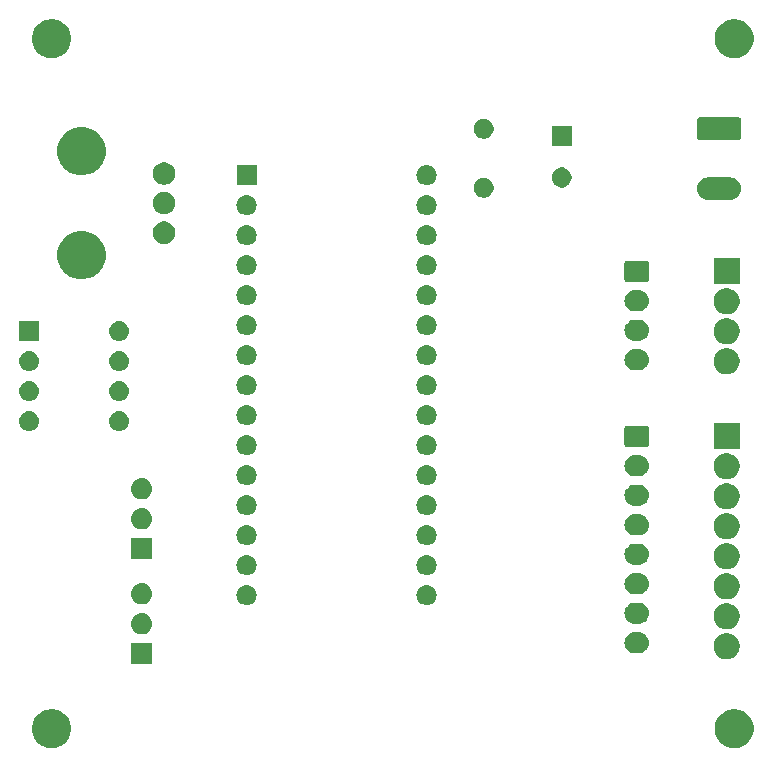
<source format=gbr>
G04 #@! TF.GenerationSoftware,KiCad,Pcbnew,(5.1.0)-1*
G04 #@! TF.CreationDate,2019-05-27T17:00:03-04:00*
G04 #@! TF.ProjectId,pro-mini-adapter-board,70726f2d-6d69-46e6-992d-616461707465,rev?*
G04 #@! TF.SameCoordinates,Original*
G04 #@! TF.FileFunction,Soldermask,Bot*
G04 #@! TF.FilePolarity,Negative*
%FSLAX46Y46*%
G04 Gerber Fmt 4.6, Leading zero omitted, Abs format (unit mm)*
G04 Created by KiCad (PCBNEW (5.1.0)-1) date 2019-05-27 17:00:03*
%MOMM*%
%LPD*%
G04 APERTURE LIST*
%ADD10C,0.100000*%
G04 APERTURE END LIST*
D10*
G36*
X84195256Y-112056298D02*
G01*
X84301579Y-112077447D01*
X84602042Y-112201903D01*
X84872451Y-112382585D01*
X85102415Y-112612549D01*
X85283097Y-112882958D01*
X85407553Y-113183421D01*
X85471000Y-113502391D01*
X85471000Y-113827609D01*
X85407553Y-114146579D01*
X85283097Y-114447042D01*
X85102415Y-114717451D01*
X84872451Y-114947415D01*
X84602042Y-115128097D01*
X84301579Y-115252553D01*
X84195256Y-115273702D01*
X83982611Y-115316000D01*
X83657389Y-115316000D01*
X83444744Y-115273702D01*
X83338421Y-115252553D01*
X83037958Y-115128097D01*
X82767549Y-114947415D01*
X82537585Y-114717451D01*
X82356903Y-114447042D01*
X82232447Y-114146579D01*
X82169000Y-113827609D01*
X82169000Y-113502391D01*
X82232447Y-113183421D01*
X82356903Y-112882958D01*
X82537585Y-112612549D01*
X82767549Y-112382585D01*
X83037958Y-112201903D01*
X83338421Y-112077447D01*
X83444744Y-112056298D01*
X83657389Y-112014000D01*
X83982611Y-112014000D01*
X84195256Y-112056298D01*
X84195256Y-112056298D01*
G37*
G36*
X141980256Y-112056298D02*
G01*
X142086579Y-112077447D01*
X142387042Y-112201903D01*
X142657451Y-112382585D01*
X142887415Y-112612549D01*
X143068097Y-112882958D01*
X143192553Y-113183421D01*
X143256000Y-113502391D01*
X143256000Y-113827609D01*
X143192553Y-114146579D01*
X143068097Y-114447042D01*
X142887415Y-114717451D01*
X142657451Y-114947415D01*
X142387042Y-115128097D01*
X142086579Y-115252553D01*
X141980256Y-115273702D01*
X141767611Y-115316000D01*
X141442389Y-115316000D01*
X141229744Y-115273702D01*
X141123421Y-115252553D01*
X140822958Y-115128097D01*
X140552549Y-114947415D01*
X140322585Y-114717451D01*
X140141903Y-114447042D01*
X140017447Y-114146579D01*
X139954000Y-113827609D01*
X139954000Y-113502391D01*
X140017447Y-113183421D01*
X140141903Y-112882958D01*
X140322585Y-112612549D01*
X140552549Y-112382585D01*
X140822958Y-112201903D01*
X141123421Y-112077447D01*
X141229744Y-112056298D01*
X141442389Y-112014000D01*
X141767611Y-112014000D01*
X141980256Y-112056298D01*
X141980256Y-112056298D01*
G37*
G36*
X92341000Y-108216000D02*
G01*
X90539000Y-108216000D01*
X90539000Y-106414000D01*
X92341000Y-106414000D01*
X92341000Y-108216000D01*
X92341000Y-108216000D01*
G37*
G36*
X141184795Y-105600156D02*
G01*
X141291150Y-105621311D01*
X141353702Y-105647221D01*
X141491520Y-105704307D01*
X141671844Y-105824795D01*
X141825205Y-105978156D01*
X141945693Y-106158480D01*
X141945693Y-106158481D01*
X142028689Y-106358850D01*
X142071000Y-106571561D01*
X142071000Y-106788439D01*
X142028689Y-107001150D01*
X141987191Y-107101334D01*
X141945693Y-107201520D01*
X141825205Y-107381844D01*
X141671844Y-107535205D01*
X141491520Y-107655693D01*
X141391334Y-107697191D01*
X141291150Y-107738689D01*
X141184795Y-107759844D01*
X141078440Y-107781000D01*
X140861560Y-107781000D01*
X140755205Y-107759844D01*
X140648850Y-107738689D01*
X140448480Y-107655693D01*
X140268156Y-107535205D01*
X140114795Y-107381844D01*
X139994307Y-107201520D01*
X139952809Y-107101334D01*
X139911311Y-107001150D01*
X139869000Y-106788439D01*
X139869000Y-106571561D01*
X139911311Y-106358850D01*
X139994307Y-106158481D01*
X139994307Y-106158480D01*
X140114795Y-105978156D01*
X140268156Y-105824795D01*
X140448480Y-105704307D01*
X140586298Y-105647221D01*
X140648850Y-105621311D01*
X140755206Y-105600155D01*
X140861560Y-105579000D01*
X141078440Y-105579000D01*
X141184795Y-105600156D01*
X141184795Y-105600156D01*
G37*
G36*
X133585443Y-105505519D02*
G01*
X133651627Y-105512037D01*
X133821466Y-105563557D01*
X133977991Y-105647222D01*
X133997171Y-105662963D01*
X134115186Y-105759814D01*
X134168516Y-105824798D01*
X134227778Y-105897009D01*
X134311443Y-106053534D01*
X134362963Y-106223373D01*
X134380359Y-106400000D01*
X134362963Y-106576627D01*
X134311443Y-106746466D01*
X134227778Y-106902991D01*
X134198448Y-106938729D01*
X134115186Y-107040186D01*
X134013729Y-107123448D01*
X133977991Y-107152778D01*
X133821466Y-107236443D01*
X133651627Y-107287963D01*
X133585442Y-107294482D01*
X133519260Y-107301000D01*
X133180740Y-107301000D01*
X133114558Y-107294482D01*
X133048373Y-107287963D01*
X132878534Y-107236443D01*
X132722009Y-107152778D01*
X132686271Y-107123448D01*
X132584814Y-107040186D01*
X132501552Y-106938729D01*
X132472222Y-106902991D01*
X132388557Y-106746466D01*
X132337037Y-106576627D01*
X132319641Y-106400000D01*
X132337037Y-106223373D01*
X132388557Y-106053534D01*
X132472222Y-105897009D01*
X132531484Y-105824798D01*
X132584814Y-105759814D01*
X132702829Y-105662963D01*
X132722009Y-105647222D01*
X132878534Y-105563557D01*
X133048373Y-105512037D01*
X133114558Y-105505518D01*
X133180740Y-105499000D01*
X133519260Y-105499000D01*
X133585443Y-105505519D01*
X133585443Y-105505519D01*
G37*
G36*
X91550443Y-103880519D02*
G01*
X91616627Y-103887037D01*
X91786466Y-103938557D01*
X91942991Y-104022222D01*
X91978729Y-104051552D01*
X92080186Y-104134814D01*
X92163448Y-104236271D01*
X92192778Y-104272009D01*
X92276443Y-104428534D01*
X92327963Y-104598373D01*
X92345359Y-104775000D01*
X92327963Y-104951627D01*
X92276443Y-105121466D01*
X92192778Y-105277991D01*
X92163448Y-105313729D01*
X92080186Y-105415186D01*
X91978729Y-105498448D01*
X91942991Y-105527778D01*
X91786466Y-105611443D01*
X91616627Y-105662963D01*
X91550443Y-105669481D01*
X91484260Y-105676000D01*
X91395740Y-105676000D01*
X91329557Y-105669481D01*
X91263373Y-105662963D01*
X91093534Y-105611443D01*
X90937009Y-105527778D01*
X90901271Y-105498448D01*
X90799814Y-105415186D01*
X90716552Y-105313729D01*
X90687222Y-105277991D01*
X90603557Y-105121466D01*
X90552037Y-104951627D01*
X90534641Y-104775000D01*
X90552037Y-104598373D01*
X90603557Y-104428534D01*
X90687222Y-104272009D01*
X90716552Y-104236271D01*
X90799814Y-104134814D01*
X90901271Y-104051552D01*
X90937009Y-104022222D01*
X91093534Y-103938557D01*
X91263373Y-103887037D01*
X91329557Y-103880519D01*
X91395740Y-103874000D01*
X91484260Y-103874000D01*
X91550443Y-103880519D01*
X91550443Y-103880519D01*
G37*
G36*
X141184794Y-103060155D02*
G01*
X141291150Y-103081311D01*
X141491520Y-103164307D01*
X141671844Y-103284795D01*
X141825205Y-103438156D01*
X141945693Y-103618480D01*
X142028689Y-103818851D01*
X142069143Y-104022222D01*
X142071000Y-104031561D01*
X142071000Y-104248439D01*
X142040258Y-104402991D01*
X142028689Y-104461149D01*
X141945693Y-104661520D01*
X141825205Y-104841844D01*
X141671844Y-104995205D01*
X141491520Y-105115693D01*
X141291150Y-105198689D01*
X141184795Y-105219844D01*
X141078440Y-105241000D01*
X140861560Y-105241000D01*
X140755205Y-105219844D01*
X140648850Y-105198689D01*
X140548666Y-105157191D01*
X140448480Y-105115693D01*
X140268156Y-104995205D01*
X140114795Y-104841844D01*
X139994307Y-104661520D01*
X139911311Y-104461149D01*
X139899743Y-104402991D01*
X139869000Y-104248439D01*
X139869000Y-104031561D01*
X139870858Y-104022222D01*
X139911311Y-103818851D01*
X139994307Y-103618480D01*
X140114795Y-103438156D01*
X140268156Y-103284795D01*
X140448480Y-103164307D01*
X140548666Y-103122809D01*
X140648850Y-103081311D01*
X140755206Y-103060155D01*
X140861560Y-103039000D01*
X141078440Y-103039000D01*
X141184794Y-103060155D01*
X141184794Y-103060155D01*
G37*
G36*
X133585442Y-103005518D02*
G01*
X133651627Y-103012037D01*
X133821466Y-103063557D01*
X133977991Y-103147222D01*
X133983842Y-103152024D01*
X134115186Y-103259814D01*
X134198448Y-103361271D01*
X134227778Y-103397009D01*
X134311443Y-103553534D01*
X134362963Y-103723373D01*
X134380359Y-103900000D01*
X134362963Y-104076627D01*
X134311443Y-104246466D01*
X134227778Y-104402991D01*
X134206817Y-104428532D01*
X134115186Y-104540186D01*
X134044281Y-104598375D01*
X133977991Y-104652778D01*
X133821466Y-104736443D01*
X133651627Y-104787963D01*
X133585443Y-104794481D01*
X133519260Y-104801000D01*
X133180740Y-104801000D01*
X133114557Y-104794481D01*
X133048373Y-104787963D01*
X132878534Y-104736443D01*
X132722009Y-104652778D01*
X132655719Y-104598375D01*
X132584814Y-104540186D01*
X132493183Y-104428532D01*
X132472222Y-104402991D01*
X132388557Y-104246466D01*
X132337037Y-104076627D01*
X132319641Y-103900000D01*
X132337037Y-103723373D01*
X132388557Y-103553534D01*
X132472222Y-103397009D01*
X132501552Y-103361271D01*
X132584814Y-103259814D01*
X132716158Y-103152024D01*
X132722009Y-103147222D01*
X132878534Y-103063557D01*
X133048373Y-103012037D01*
X133114558Y-103005518D01*
X133180740Y-102999000D01*
X133519260Y-102999000D01*
X133585442Y-103005518D01*
X133585442Y-103005518D01*
G37*
G36*
X100496823Y-101523313D02*
G01*
X100657242Y-101571976D01*
X100789906Y-101642886D01*
X100805078Y-101650996D01*
X100934659Y-101757341D01*
X101041004Y-101886922D01*
X101041866Y-101888534D01*
X101120024Y-102034758D01*
X101168687Y-102195177D01*
X101185117Y-102362000D01*
X101168687Y-102528823D01*
X101120024Y-102689242D01*
X101113739Y-102701000D01*
X101041004Y-102837078D01*
X100934659Y-102966659D01*
X100805078Y-103073004D01*
X100805076Y-103073005D01*
X100657242Y-103152024D01*
X100496823Y-103200687D01*
X100371804Y-103213000D01*
X100288196Y-103213000D01*
X100163177Y-103200687D01*
X100002758Y-103152024D01*
X99854924Y-103073005D01*
X99854922Y-103073004D01*
X99725341Y-102966659D01*
X99618996Y-102837078D01*
X99546261Y-102701000D01*
X99539976Y-102689242D01*
X99491313Y-102528823D01*
X99474883Y-102362000D01*
X99491313Y-102195177D01*
X99539976Y-102034758D01*
X99618134Y-101888534D01*
X99618996Y-101886922D01*
X99725341Y-101757341D01*
X99854922Y-101650996D01*
X99870094Y-101642886D01*
X100002758Y-101571976D01*
X100163177Y-101523313D01*
X100288196Y-101511000D01*
X100371804Y-101511000D01*
X100496823Y-101523313D01*
X100496823Y-101523313D01*
G37*
G36*
X115736823Y-101523313D02*
G01*
X115897242Y-101571976D01*
X116029906Y-101642886D01*
X116045078Y-101650996D01*
X116174659Y-101757341D01*
X116281004Y-101886922D01*
X116281866Y-101888534D01*
X116360024Y-102034758D01*
X116408687Y-102195177D01*
X116425117Y-102362000D01*
X116408687Y-102528823D01*
X116360024Y-102689242D01*
X116353739Y-102701000D01*
X116281004Y-102837078D01*
X116174659Y-102966659D01*
X116045078Y-103073004D01*
X116045076Y-103073005D01*
X115897242Y-103152024D01*
X115736823Y-103200687D01*
X115611804Y-103213000D01*
X115528196Y-103213000D01*
X115403177Y-103200687D01*
X115242758Y-103152024D01*
X115094924Y-103073005D01*
X115094922Y-103073004D01*
X114965341Y-102966659D01*
X114858996Y-102837078D01*
X114786261Y-102701000D01*
X114779976Y-102689242D01*
X114731313Y-102528823D01*
X114714883Y-102362000D01*
X114731313Y-102195177D01*
X114779976Y-102034758D01*
X114858134Y-101888534D01*
X114858996Y-101886922D01*
X114965341Y-101757341D01*
X115094922Y-101650996D01*
X115110094Y-101642886D01*
X115242758Y-101571976D01*
X115403177Y-101523313D01*
X115528196Y-101511000D01*
X115611804Y-101511000D01*
X115736823Y-101523313D01*
X115736823Y-101523313D01*
G37*
G36*
X91550442Y-101340518D02*
G01*
X91616627Y-101347037D01*
X91786466Y-101398557D01*
X91942991Y-101482222D01*
X91978057Y-101511000D01*
X92080186Y-101594814D01*
X92163448Y-101696271D01*
X92192778Y-101732009D01*
X92276443Y-101888534D01*
X92327963Y-102058373D01*
X92345359Y-102235000D01*
X92327963Y-102411627D01*
X92276443Y-102581466D01*
X92192778Y-102737991D01*
X92163448Y-102773729D01*
X92080186Y-102875186D01*
X91978729Y-102958448D01*
X91942991Y-102987778D01*
X91786466Y-103071443D01*
X91616627Y-103122963D01*
X91550442Y-103129482D01*
X91484260Y-103136000D01*
X91395740Y-103136000D01*
X91329558Y-103129482D01*
X91263373Y-103122963D01*
X91093534Y-103071443D01*
X90937009Y-102987778D01*
X90901271Y-102958448D01*
X90799814Y-102875186D01*
X90716552Y-102773729D01*
X90687222Y-102737991D01*
X90603557Y-102581466D01*
X90552037Y-102411627D01*
X90534641Y-102235000D01*
X90552037Y-102058373D01*
X90603557Y-101888534D01*
X90687222Y-101732009D01*
X90716552Y-101696271D01*
X90799814Y-101594814D01*
X90901943Y-101511000D01*
X90937009Y-101482222D01*
X91093534Y-101398557D01*
X91263373Y-101347037D01*
X91329558Y-101340518D01*
X91395740Y-101334000D01*
X91484260Y-101334000D01*
X91550442Y-101340518D01*
X91550442Y-101340518D01*
G37*
G36*
X141184794Y-100520155D02*
G01*
X141291150Y-100541311D01*
X141491520Y-100624307D01*
X141671844Y-100744795D01*
X141825205Y-100898156D01*
X141945693Y-101078480D01*
X141945693Y-101078481D01*
X142005710Y-101223373D01*
X142028689Y-101278851D01*
X142071000Y-101491560D01*
X142071000Y-101708440D01*
X142028689Y-101921149D01*
X141945693Y-102121520D01*
X141825205Y-102301844D01*
X141671844Y-102455205D01*
X141491520Y-102575693D01*
X141291150Y-102658689D01*
X141184794Y-102679845D01*
X141078440Y-102701000D01*
X140861560Y-102701000D01*
X140755205Y-102679844D01*
X140648850Y-102658689D01*
X140448480Y-102575693D01*
X140268156Y-102455205D01*
X140114795Y-102301844D01*
X139994307Y-102121520D01*
X139911311Y-101921149D01*
X139869000Y-101708440D01*
X139869000Y-101491560D01*
X139911311Y-101278851D01*
X139934291Y-101223373D01*
X139994307Y-101078481D01*
X139994307Y-101078480D01*
X140114795Y-100898156D01*
X140268156Y-100744795D01*
X140448480Y-100624307D01*
X140548666Y-100582809D01*
X140648850Y-100541311D01*
X140755205Y-100520156D01*
X140861560Y-100499000D01*
X141078440Y-100499000D01*
X141184794Y-100520155D01*
X141184794Y-100520155D01*
G37*
G36*
X133585443Y-100505519D02*
G01*
X133651627Y-100512037D01*
X133821466Y-100563557D01*
X133977991Y-100647222D01*
X133994398Y-100660687D01*
X134115186Y-100759814D01*
X134198448Y-100861271D01*
X134227778Y-100897009D01*
X134311443Y-101053534D01*
X134362963Y-101223373D01*
X134380359Y-101400000D01*
X134362963Y-101576627D01*
X134311443Y-101746466D01*
X134227778Y-101902991D01*
X134212876Y-101921149D01*
X134115186Y-102040186D01*
X134016080Y-102121519D01*
X133977991Y-102152778D01*
X133821466Y-102236443D01*
X133651627Y-102287963D01*
X133585442Y-102294482D01*
X133519260Y-102301000D01*
X133180740Y-102301000D01*
X133114558Y-102294482D01*
X133048373Y-102287963D01*
X132878534Y-102236443D01*
X132722009Y-102152778D01*
X132683920Y-102121519D01*
X132584814Y-102040186D01*
X132487124Y-101921149D01*
X132472222Y-101902991D01*
X132388557Y-101746466D01*
X132337037Y-101576627D01*
X132319641Y-101400000D01*
X132337037Y-101223373D01*
X132388557Y-101053534D01*
X132472222Y-100897009D01*
X132501552Y-100861271D01*
X132584814Y-100759814D01*
X132705602Y-100660687D01*
X132722009Y-100647222D01*
X132878534Y-100563557D01*
X133048373Y-100512037D01*
X133114557Y-100505519D01*
X133180740Y-100499000D01*
X133519260Y-100499000D01*
X133585443Y-100505519D01*
X133585443Y-100505519D01*
G37*
G36*
X115736823Y-98983313D02*
G01*
X115897242Y-99031976D01*
X115980774Y-99076625D01*
X116045078Y-99110996D01*
X116174659Y-99217341D01*
X116281004Y-99346922D01*
X116281005Y-99346924D01*
X116360024Y-99494758D01*
X116408687Y-99655177D01*
X116425117Y-99822000D01*
X116408687Y-99988823D01*
X116360024Y-100149242D01*
X116353739Y-100161000D01*
X116281004Y-100297078D01*
X116174659Y-100426659D01*
X116045078Y-100533004D01*
X116045076Y-100533005D01*
X115897242Y-100612024D01*
X115736823Y-100660687D01*
X115611804Y-100673000D01*
X115528196Y-100673000D01*
X115403177Y-100660687D01*
X115242758Y-100612024D01*
X115094924Y-100533005D01*
X115094922Y-100533004D01*
X114965341Y-100426659D01*
X114858996Y-100297078D01*
X114786261Y-100161000D01*
X114779976Y-100149242D01*
X114731313Y-99988823D01*
X114714883Y-99822000D01*
X114731313Y-99655177D01*
X114779976Y-99494758D01*
X114858995Y-99346924D01*
X114858996Y-99346922D01*
X114965341Y-99217341D01*
X115094922Y-99110996D01*
X115159226Y-99076625D01*
X115242758Y-99031976D01*
X115403177Y-98983313D01*
X115528196Y-98971000D01*
X115611804Y-98971000D01*
X115736823Y-98983313D01*
X115736823Y-98983313D01*
G37*
G36*
X100496823Y-98983313D02*
G01*
X100657242Y-99031976D01*
X100740774Y-99076625D01*
X100805078Y-99110996D01*
X100934659Y-99217341D01*
X101041004Y-99346922D01*
X101041005Y-99346924D01*
X101120024Y-99494758D01*
X101168687Y-99655177D01*
X101185117Y-99822000D01*
X101168687Y-99988823D01*
X101120024Y-100149242D01*
X101113739Y-100161000D01*
X101041004Y-100297078D01*
X100934659Y-100426659D01*
X100805078Y-100533004D01*
X100805076Y-100533005D01*
X100657242Y-100612024D01*
X100496823Y-100660687D01*
X100371804Y-100673000D01*
X100288196Y-100673000D01*
X100163177Y-100660687D01*
X100002758Y-100612024D01*
X99854924Y-100533005D01*
X99854922Y-100533004D01*
X99725341Y-100426659D01*
X99618996Y-100297078D01*
X99546261Y-100161000D01*
X99539976Y-100149242D01*
X99491313Y-99988823D01*
X99474883Y-99822000D01*
X99491313Y-99655177D01*
X99539976Y-99494758D01*
X99618995Y-99346924D01*
X99618996Y-99346922D01*
X99725341Y-99217341D01*
X99854922Y-99110996D01*
X99919226Y-99076625D01*
X100002758Y-99031976D01*
X100163177Y-98983313D01*
X100288196Y-98971000D01*
X100371804Y-98971000D01*
X100496823Y-98983313D01*
X100496823Y-98983313D01*
G37*
G36*
X141184794Y-97980155D02*
G01*
X141291150Y-98001311D01*
X141391334Y-98042809D01*
X141491520Y-98084307D01*
X141671844Y-98204795D01*
X141825205Y-98358156D01*
X141945693Y-98538480D01*
X142028689Y-98738851D01*
X142071000Y-98951560D01*
X142071000Y-99168440D01*
X142028689Y-99381149D01*
X141945693Y-99581520D01*
X141825205Y-99761844D01*
X141671844Y-99915205D01*
X141491520Y-100035693D01*
X141391334Y-100077191D01*
X141291150Y-100118689D01*
X141184794Y-100139845D01*
X141078440Y-100161000D01*
X140861560Y-100161000D01*
X140755206Y-100139845D01*
X140648850Y-100118689D01*
X140548666Y-100077191D01*
X140448480Y-100035693D01*
X140268156Y-99915205D01*
X140114795Y-99761844D01*
X139994307Y-99581520D01*
X139911311Y-99381149D01*
X139869000Y-99168440D01*
X139869000Y-98951560D01*
X139911311Y-98738851D01*
X139994307Y-98538480D01*
X140114795Y-98358156D01*
X140268156Y-98204795D01*
X140448480Y-98084307D01*
X140548666Y-98042809D01*
X140648850Y-98001311D01*
X140755206Y-97980155D01*
X140861560Y-97959000D01*
X141078440Y-97959000D01*
X141184794Y-97980155D01*
X141184794Y-97980155D01*
G37*
G36*
X133585443Y-98005519D02*
G01*
X133651627Y-98012037D01*
X133821466Y-98063557D01*
X133977991Y-98147222D01*
X134013729Y-98176552D01*
X134115186Y-98259814D01*
X134195890Y-98358154D01*
X134227778Y-98397009D01*
X134311443Y-98553534D01*
X134362963Y-98723373D01*
X134380359Y-98900000D01*
X134362963Y-99076627D01*
X134311443Y-99246466D01*
X134227778Y-99402991D01*
X134198448Y-99438729D01*
X134115186Y-99540186D01*
X134013729Y-99623448D01*
X133977991Y-99652778D01*
X133821466Y-99736443D01*
X133651627Y-99787963D01*
X133585442Y-99794482D01*
X133519260Y-99801000D01*
X133180740Y-99801000D01*
X133114557Y-99794481D01*
X133048373Y-99787963D01*
X132878534Y-99736443D01*
X132722009Y-99652778D01*
X132686271Y-99623448D01*
X132584814Y-99540186D01*
X132501552Y-99438729D01*
X132472222Y-99402991D01*
X132388557Y-99246466D01*
X132337037Y-99076627D01*
X132319641Y-98900000D01*
X132337037Y-98723373D01*
X132388557Y-98553534D01*
X132472222Y-98397009D01*
X132504110Y-98358154D01*
X132584814Y-98259814D01*
X132686271Y-98176552D01*
X132722009Y-98147222D01*
X132878534Y-98063557D01*
X133048373Y-98012037D01*
X133114557Y-98005519D01*
X133180740Y-97999000D01*
X133519260Y-97999000D01*
X133585443Y-98005519D01*
X133585443Y-98005519D01*
G37*
G36*
X92341000Y-99326000D02*
G01*
X90539000Y-99326000D01*
X90539000Y-97524000D01*
X92341000Y-97524000D01*
X92341000Y-99326000D01*
X92341000Y-99326000D01*
G37*
G36*
X115736823Y-96443313D02*
G01*
X115897242Y-96491976D01*
X115959373Y-96525186D01*
X116045078Y-96570996D01*
X116174659Y-96677341D01*
X116281004Y-96806922D01*
X116281005Y-96806924D01*
X116360024Y-96954758D01*
X116408687Y-97115177D01*
X116425117Y-97282000D01*
X116408687Y-97448823D01*
X116360024Y-97609242D01*
X116353739Y-97621000D01*
X116281004Y-97757078D01*
X116174659Y-97886659D01*
X116045078Y-97993004D01*
X116045076Y-97993005D01*
X115897242Y-98072024D01*
X115736823Y-98120687D01*
X115611804Y-98133000D01*
X115528196Y-98133000D01*
X115403177Y-98120687D01*
X115242758Y-98072024D01*
X115094924Y-97993005D01*
X115094922Y-97993004D01*
X114965341Y-97886659D01*
X114858996Y-97757078D01*
X114786261Y-97621000D01*
X114779976Y-97609242D01*
X114731313Y-97448823D01*
X114714883Y-97282000D01*
X114731313Y-97115177D01*
X114779976Y-96954758D01*
X114858995Y-96806924D01*
X114858996Y-96806922D01*
X114965341Y-96677341D01*
X115094922Y-96570996D01*
X115180627Y-96525186D01*
X115242758Y-96491976D01*
X115403177Y-96443313D01*
X115528196Y-96431000D01*
X115611804Y-96431000D01*
X115736823Y-96443313D01*
X115736823Y-96443313D01*
G37*
G36*
X100496823Y-96443313D02*
G01*
X100657242Y-96491976D01*
X100719373Y-96525186D01*
X100805078Y-96570996D01*
X100934659Y-96677341D01*
X101041004Y-96806922D01*
X101041005Y-96806924D01*
X101120024Y-96954758D01*
X101168687Y-97115177D01*
X101185117Y-97282000D01*
X101168687Y-97448823D01*
X101120024Y-97609242D01*
X101113739Y-97621000D01*
X101041004Y-97757078D01*
X100934659Y-97886659D01*
X100805078Y-97993004D01*
X100805076Y-97993005D01*
X100657242Y-98072024D01*
X100496823Y-98120687D01*
X100371804Y-98133000D01*
X100288196Y-98133000D01*
X100163177Y-98120687D01*
X100002758Y-98072024D01*
X99854924Y-97993005D01*
X99854922Y-97993004D01*
X99725341Y-97886659D01*
X99618996Y-97757078D01*
X99546261Y-97621000D01*
X99539976Y-97609242D01*
X99491313Y-97448823D01*
X99474883Y-97282000D01*
X99491313Y-97115177D01*
X99539976Y-96954758D01*
X99618995Y-96806924D01*
X99618996Y-96806922D01*
X99725341Y-96677341D01*
X99854922Y-96570996D01*
X99940627Y-96525186D01*
X100002758Y-96491976D01*
X100163177Y-96443313D01*
X100288196Y-96431000D01*
X100371804Y-96431000D01*
X100496823Y-96443313D01*
X100496823Y-96443313D01*
G37*
G36*
X141184794Y-95440155D02*
G01*
X141291150Y-95461311D01*
X141382139Y-95499000D01*
X141491520Y-95544307D01*
X141671844Y-95664795D01*
X141825205Y-95818156D01*
X141945693Y-95998480D01*
X142028689Y-96198851D01*
X142071000Y-96411560D01*
X142071000Y-96628440D01*
X142028689Y-96841149D01*
X141945693Y-97041520D01*
X141825205Y-97221844D01*
X141671844Y-97375205D01*
X141491520Y-97495693D01*
X141391334Y-97537191D01*
X141291150Y-97578689D01*
X141184795Y-97599844D01*
X141078440Y-97621000D01*
X140861560Y-97621000D01*
X140755206Y-97599845D01*
X140648850Y-97578689D01*
X140548666Y-97537191D01*
X140448480Y-97495693D01*
X140268156Y-97375205D01*
X140114795Y-97221844D01*
X139994307Y-97041520D01*
X139911311Y-96841149D01*
X139869000Y-96628440D01*
X139869000Y-96411560D01*
X139911311Y-96198851D01*
X139994307Y-95998480D01*
X140114795Y-95818156D01*
X140268156Y-95664795D01*
X140448480Y-95544307D01*
X140557861Y-95499000D01*
X140648850Y-95461311D01*
X140755206Y-95440155D01*
X140861560Y-95419000D01*
X141078440Y-95419000D01*
X141184794Y-95440155D01*
X141184794Y-95440155D01*
G37*
G36*
X133585442Y-95505518D02*
G01*
X133651627Y-95512037D01*
X133821466Y-95563557D01*
X133977991Y-95647222D01*
X133999407Y-95664798D01*
X134115186Y-95759814D01*
X134163065Y-95818156D01*
X134227778Y-95897009D01*
X134311443Y-96053534D01*
X134362963Y-96223373D01*
X134380359Y-96400000D01*
X134362963Y-96576627D01*
X134311443Y-96746466D01*
X134311442Y-96746468D01*
X134279128Y-96806922D01*
X134227778Y-96902991D01*
X134198448Y-96938729D01*
X134115186Y-97040186D01*
X134023810Y-97115175D01*
X133977991Y-97152778D01*
X133821466Y-97236443D01*
X133651627Y-97287963D01*
X133585442Y-97294482D01*
X133519260Y-97301000D01*
X133180740Y-97301000D01*
X133114558Y-97294482D01*
X133048373Y-97287963D01*
X132878534Y-97236443D01*
X132722009Y-97152778D01*
X132676190Y-97115175D01*
X132584814Y-97040186D01*
X132501552Y-96938729D01*
X132472222Y-96902991D01*
X132420872Y-96806922D01*
X132388558Y-96746468D01*
X132388557Y-96746466D01*
X132337037Y-96576627D01*
X132319641Y-96400000D01*
X132337037Y-96223373D01*
X132388557Y-96053534D01*
X132472222Y-95897009D01*
X132536935Y-95818156D01*
X132584814Y-95759814D01*
X132700593Y-95664798D01*
X132722009Y-95647222D01*
X132878534Y-95563557D01*
X133048373Y-95512037D01*
X133114558Y-95505518D01*
X133180740Y-95499000D01*
X133519260Y-95499000D01*
X133585442Y-95505518D01*
X133585442Y-95505518D01*
G37*
G36*
X91550443Y-94990519D02*
G01*
X91616627Y-94997037D01*
X91786466Y-95048557D01*
X91942991Y-95132222D01*
X91978729Y-95161552D01*
X92080186Y-95244814D01*
X92163448Y-95346271D01*
X92192778Y-95382009D01*
X92192779Y-95382011D01*
X92255312Y-95499000D01*
X92276443Y-95538534D01*
X92327963Y-95708373D01*
X92345359Y-95885000D01*
X92327963Y-96061627D01*
X92276443Y-96231466D01*
X92192778Y-96387991D01*
X92182922Y-96400000D01*
X92080186Y-96525186D01*
X91978729Y-96608448D01*
X91942991Y-96637778D01*
X91786466Y-96721443D01*
X91616627Y-96772963D01*
X91550442Y-96779482D01*
X91484260Y-96786000D01*
X91395740Y-96786000D01*
X91329558Y-96779482D01*
X91263373Y-96772963D01*
X91093534Y-96721443D01*
X90937009Y-96637778D01*
X90901271Y-96608448D01*
X90799814Y-96525186D01*
X90697078Y-96400000D01*
X90687222Y-96387991D01*
X90603557Y-96231466D01*
X90552037Y-96061627D01*
X90534641Y-95885000D01*
X90552037Y-95708373D01*
X90603557Y-95538534D01*
X90624689Y-95499000D01*
X90687221Y-95382011D01*
X90687222Y-95382009D01*
X90716552Y-95346271D01*
X90799814Y-95244814D01*
X90901271Y-95161552D01*
X90937009Y-95132222D01*
X91093534Y-95048557D01*
X91263373Y-94997037D01*
X91329557Y-94990519D01*
X91395740Y-94984000D01*
X91484260Y-94984000D01*
X91550443Y-94990519D01*
X91550443Y-94990519D01*
G37*
G36*
X115736823Y-93903313D02*
G01*
X115897242Y-93951976D01*
X115959373Y-93985186D01*
X116045078Y-94030996D01*
X116174659Y-94137341D01*
X116281004Y-94266922D01*
X116281005Y-94266924D01*
X116360024Y-94414758D01*
X116408687Y-94575177D01*
X116425117Y-94742000D01*
X116408687Y-94908823D01*
X116408686Y-94908825D01*
X116366299Y-95048558D01*
X116360024Y-95069242D01*
X116353739Y-95081000D01*
X116281004Y-95217078D01*
X116174659Y-95346659D01*
X116045078Y-95453004D01*
X116045076Y-95453005D01*
X115897242Y-95532024D01*
X115736823Y-95580687D01*
X115611804Y-95593000D01*
X115528196Y-95593000D01*
X115403177Y-95580687D01*
X115242758Y-95532024D01*
X115094924Y-95453005D01*
X115094922Y-95453004D01*
X114965341Y-95346659D01*
X114858996Y-95217078D01*
X114786261Y-95081000D01*
X114779976Y-95069242D01*
X114773702Y-95048558D01*
X114731314Y-94908825D01*
X114731313Y-94908823D01*
X114714883Y-94742000D01*
X114731313Y-94575177D01*
X114779976Y-94414758D01*
X114858995Y-94266924D01*
X114858996Y-94266922D01*
X114965341Y-94137341D01*
X115094922Y-94030996D01*
X115180627Y-93985186D01*
X115242758Y-93951976D01*
X115403177Y-93903313D01*
X115528196Y-93891000D01*
X115611804Y-93891000D01*
X115736823Y-93903313D01*
X115736823Y-93903313D01*
G37*
G36*
X100496823Y-93903313D02*
G01*
X100657242Y-93951976D01*
X100719373Y-93985186D01*
X100805078Y-94030996D01*
X100934659Y-94137341D01*
X101041004Y-94266922D01*
X101041005Y-94266924D01*
X101120024Y-94414758D01*
X101168687Y-94575177D01*
X101185117Y-94742000D01*
X101168687Y-94908823D01*
X101168686Y-94908825D01*
X101126299Y-95048558D01*
X101120024Y-95069242D01*
X101113739Y-95081000D01*
X101041004Y-95217078D01*
X100934659Y-95346659D01*
X100805078Y-95453004D01*
X100805076Y-95453005D01*
X100657242Y-95532024D01*
X100496823Y-95580687D01*
X100371804Y-95593000D01*
X100288196Y-95593000D01*
X100163177Y-95580687D01*
X100002758Y-95532024D01*
X99854924Y-95453005D01*
X99854922Y-95453004D01*
X99725341Y-95346659D01*
X99618996Y-95217078D01*
X99546261Y-95081000D01*
X99539976Y-95069242D01*
X99533702Y-95048558D01*
X99491314Y-94908825D01*
X99491313Y-94908823D01*
X99474883Y-94742000D01*
X99491313Y-94575177D01*
X99539976Y-94414758D01*
X99618995Y-94266924D01*
X99618996Y-94266922D01*
X99725341Y-94137341D01*
X99854922Y-94030996D01*
X99940627Y-93985186D01*
X100002758Y-93951976D01*
X100163177Y-93903313D01*
X100288196Y-93891000D01*
X100371804Y-93891000D01*
X100496823Y-93903313D01*
X100496823Y-93903313D01*
G37*
G36*
X141184795Y-92900156D02*
G01*
X141291150Y-92921311D01*
X141491520Y-93004307D01*
X141671844Y-93124795D01*
X141825205Y-93278156D01*
X141945693Y-93458480D01*
X142028689Y-93658851D01*
X142071000Y-93871560D01*
X142071000Y-94088440D01*
X142028689Y-94301149D01*
X141945693Y-94501520D01*
X141825205Y-94681844D01*
X141671844Y-94835205D01*
X141491520Y-94955693D01*
X141391706Y-94997037D01*
X141291150Y-95038689D01*
X141241540Y-95048557D01*
X141078440Y-95081000D01*
X140861560Y-95081000D01*
X140698460Y-95048557D01*
X140648850Y-95038689D01*
X140548294Y-94997037D01*
X140448480Y-94955693D01*
X140268156Y-94835205D01*
X140114795Y-94681844D01*
X139994307Y-94501520D01*
X139911311Y-94301149D01*
X139869000Y-94088440D01*
X139869000Y-93871560D01*
X139911311Y-93658851D01*
X139994307Y-93458480D01*
X140114795Y-93278156D01*
X140268156Y-93124795D01*
X140448480Y-93004307D01*
X140648850Y-92921311D01*
X140755205Y-92900156D01*
X140861560Y-92879000D01*
X141078440Y-92879000D01*
X141184795Y-92900156D01*
X141184795Y-92900156D01*
G37*
G36*
X133573142Y-93004307D02*
G01*
X133651627Y-93012037D01*
X133821466Y-93063557D01*
X133977991Y-93147222D01*
X134003763Y-93168373D01*
X134115186Y-93259814D01*
X134185095Y-93345000D01*
X134227778Y-93397009D01*
X134311443Y-93553534D01*
X134362963Y-93723373D01*
X134380359Y-93900000D01*
X134362963Y-94076627D01*
X134311443Y-94246466D01*
X134227778Y-94402991D01*
X134198448Y-94438729D01*
X134115186Y-94540186D01*
X134013729Y-94623448D01*
X133977991Y-94652778D01*
X133821466Y-94736443D01*
X133651627Y-94787963D01*
X133585442Y-94794482D01*
X133519260Y-94801000D01*
X133180740Y-94801000D01*
X133114557Y-94794481D01*
X133048373Y-94787963D01*
X132878534Y-94736443D01*
X132722009Y-94652778D01*
X132686271Y-94623448D01*
X132584814Y-94540186D01*
X132501552Y-94438729D01*
X132472222Y-94402991D01*
X132388557Y-94246466D01*
X132337037Y-94076627D01*
X132319641Y-93900000D01*
X132337037Y-93723373D01*
X132388557Y-93553534D01*
X132472222Y-93397009D01*
X132514905Y-93345000D01*
X132584814Y-93259814D01*
X132696237Y-93168373D01*
X132722009Y-93147222D01*
X132878534Y-93063557D01*
X133048373Y-93012037D01*
X133126858Y-93004307D01*
X133180740Y-92999000D01*
X133519260Y-92999000D01*
X133573142Y-93004307D01*
X133573142Y-93004307D01*
G37*
G36*
X91550443Y-92450519D02*
G01*
X91616627Y-92457037D01*
X91786466Y-92508557D01*
X91942991Y-92592222D01*
X91978729Y-92621552D01*
X92080186Y-92704814D01*
X92163448Y-92806271D01*
X92192778Y-92842009D01*
X92276443Y-92998534D01*
X92327963Y-93168373D01*
X92345359Y-93345000D01*
X92327963Y-93521627D01*
X92276443Y-93691466D01*
X92192778Y-93847991D01*
X92173435Y-93871560D01*
X92080186Y-93985186D01*
X91978729Y-94068448D01*
X91942991Y-94097778D01*
X91786466Y-94181443D01*
X91616627Y-94232963D01*
X91550443Y-94239481D01*
X91484260Y-94246000D01*
X91395740Y-94246000D01*
X91329557Y-94239481D01*
X91263373Y-94232963D01*
X91093534Y-94181443D01*
X90937009Y-94097778D01*
X90901271Y-94068448D01*
X90799814Y-93985186D01*
X90706565Y-93871560D01*
X90687222Y-93847991D01*
X90603557Y-93691466D01*
X90552037Y-93521627D01*
X90534641Y-93345000D01*
X90552037Y-93168373D01*
X90603557Y-92998534D01*
X90687222Y-92842009D01*
X90716552Y-92806271D01*
X90799814Y-92704814D01*
X90901271Y-92621552D01*
X90937009Y-92592222D01*
X91093534Y-92508557D01*
X91263373Y-92457037D01*
X91329557Y-92450519D01*
X91395740Y-92444000D01*
X91484260Y-92444000D01*
X91550443Y-92450519D01*
X91550443Y-92450519D01*
G37*
G36*
X100496823Y-91363313D02*
G01*
X100657242Y-91411976D01*
X100789906Y-91482886D01*
X100805078Y-91490996D01*
X100934659Y-91597341D01*
X101041004Y-91726922D01*
X101041005Y-91726924D01*
X101120024Y-91874758D01*
X101168687Y-92035177D01*
X101185117Y-92202000D01*
X101168687Y-92368823D01*
X101168686Y-92368825D01*
X101126299Y-92508558D01*
X101120024Y-92529242D01*
X101113739Y-92541000D01*
X101041004Y-92677078D01*
X100934659Y-92806659D01*
X100805078Y-92913004D01*
X100805076Y-92913005D01*
X100657242Y-92992024D01*
X100496823Y-93040687D01*
X100371804Y-93053000D01*
X100288196Y-93053000D01*
X100163177Y-93040687D01*
X100002758Y-92992024D01*
X99854924Y-92913005D01*
X99854922Y-92913004D01*
X99725341Y-92806659D01*
X99618996Y-92677078D01*
X99546261Y-92541000D01*
X99539976Y-92529242D01*
X99533702Y-92508558D01*
X99491314Y-92368825D01*
X99491313Y-92368823D01*
X99474883Y-92202000D01*
X99491313Y-92035177D01*
X99539976Y-91874758D01*
X99618995Y-91726924D01*
X99618996Y-91726922D01*
X99725341Y-91597341D01*
X99854922Y-91490996D01*
X99870094Y-91482886D01*
X100002758Y-91411976D01*
X100163177Y-91363313D01*
X100288196Y-91351000D01*
X100371804Y-91351000D01*
X100496823Y-91363313D01*
X100496823Y-91363313D01*
G37*
G36*
X115736823Y-91363313D02*
G01*
X115897242Y-91411976D01*
X116029906Y-91482886D01*
X116045078Y-91490996D01*
X116174659Y-91597341D01*
X116281004Y-91726922D01*
X116281005Y-91726924D01*
X116360024Y-91874758D01*
X116408687Y-92035177D01*
X116425117Y-92202000D01*
X116408687Y-92368823D01*
X116408686Y-92368825D01*
X116366299Y-92508558D01*
X116360024Y-92529242D01*
X116353739Y-92541000D01*
X116281004Y-92677078D01*
X116174659Y-92806659D01*
X116045078Y-92913004D01*
X116045076Y-92913005D01*
X115897242Y-92992024D01*
X115736823Y-93040687D01*
X115611804Y-93053000D01*
X115528196Y-93053000D01*
X115403177Y-93040687D01*
X115242758Y-92992024D01*
X115094924Y-92913005D01*
X115094922Y-92913004D01*
X114965341Y-92806659D01*
X114858996Y-92677078D01*
X114786261Y-92541000D01*
X114779976Y-92529242D01*
X114773702Y-92508558D01*
X114731314Y-92368825D01*
X114731313Y-92368823D01*
X114714883Y-92202000D01*
X114731313Y-92035177D01*
X114779976Y-91874758D01*
X114858995Y-91726924D01*
X114858996Y-91726922D01*
X114965341Y-91597341D01*
X115094922Y-91490996D01*
X115110094Y-91482886D01*
X115242758Y-91411976D01*
X115403177Y-91363313D01*
X115528196Y-91351000D01*
X115611804Y-91351000D01*
X115736823Y-91363313D01*
X115736823Y-91363313D01*
G37*
G36*
X141184795Y-90360156D02*
G01*
X141291150Y-90381311D01*
X141491520Y-90464307D01*
X141671844Y-90584795D01*
X141825205Y-90738156D01*
X141945693Y-90918480D01*
X142028689Y-91118851D01*
X142071000Y-91331560D01*
X142071000Y-91548440D01*
X142028689Y-91761149D01*
X141945693Y-91961520D01*
X141825205Y-92141844D01*
X141671844Y-92295205D01*
X141491520Y-92415693D01*
X141391706Y-92457037D01*
X141291150Y-92498689D01*
X141241540Y-92508557D01*
X141078440Y-92541000D01*
X140861560Y-92541000D01*
X140698460Y-92508557D01*
X140648850Y-92498689D01*
X140548294Y-92457037D01*
X140448480Y-92415693D01*
X140268156Y-92295205D01*
X140114795Y-92141844D01*
X139994307Y-91961520D01*
X139911311Y-91761149D01*
X139869000Y-91548440D01*
X139869000Y-91331560D01*
X139911311Y-91118851D01*
X139994307Y-90918480D01*
X140114795Y-90738156D01*
X140268156Y-90584795D01*
X140448480Y-90464307D01*
X140548666Y-90422809D01*
X140648850Y-90381311D01*
X140755205Y-90360156D01*
X140861560Y-90339000D01*
X141078440Y-90339000D01*
X141184795Y-90360156D01*
X141184795Y-90360156D01*
G37*
G36*
X133585442Y-90505518D02*
G01*
X133651627Y-90512037D01*
X133821466Y-90563557D01*
X133977991Y-90647222D01*
X134013729Y-90676552D01*
X134115186Y-90759814D01*
X134198448Y-90861271D01*
X134227778Y-90897009D01*
X134311443Y-91053534D01*
X134362963Y-91223373D01*
X134380359Y-91400000D01*
X134362963Y-91576627D01*
X134311443Y-91746466D01*
X134227778Y-91902991D01*
X134198448Y-91938729D01*
X134115186Y-92040186D01*
X134013729Y-92123448D01*
X133977991Y-92152778D01*
X133821466Y-92236443D01*
X133651627Y-92287963D01*
X133585442Y-92294482D01*
X133519260Y-92301000D01*
X133180740Y-92301000D01*
X133114558Y-92294482D01*
X133048373Y-92287963D01*
X132878534Y-92236443D01*
X132722009Y-92152778D01*
X132686271Y-92123448D01*
X132584814Y-92040186D01*
X132501552Y-91938729D01*
X132472222Y-91902991D01*
X132388557Y-91746466D01*
X132337037Y-91576627D01*
X132319641Y-91400000D01*
X132337037Y-91223373D01*
X132388557Y-91053534D01*
X132472222Y-90897009D01*
X132501552Y-90861271D01*
X132584814Y-90759814D01*
X132686271Y-90676552D01*
X132722009Y-90647222D01*
X132878534Y-90563557D01*
X133048373Y-90512037D01*
X133114558Y-90505518D01*
X133180740Y-90499000D01*
X133519260Y-90499000D01*
X133585442Y-90505518D01*
X133585442Y-90505518D01*
G37*
G36*
X115736823Y-88823313D02*
G01*
X115897242Y-88871976D01*
X116029906Y-88942886D01*
X116045078Y-88950996D01*
X116174659Y-89057341D01*
X116281004Y-89186922D01*
X116281005Y-89186924D01*
X116360024Y-89334758D01*
X116408687Y-89495177D01*
X116425117Y-89662000D01*
X116408687Y-89828823D01*
X116360024Y-89989242D01*
X116353739Y-90001000D01*
X116281004Y-90137078D01*
X116174659Y-90266659D01*
X116045078Y-90373004D01*
X116045076Y-90373005D01*
X115897242Y-90452024D01*
X115736823Y-90500687D01*
X115611804Y-90513000D01*
X115528196Y-90513000D01*
X115403177Y-90500687D01*
X115242758Y-90452024D01*
X115094924Y-90373005D01*
X115094922Y-90373004D01*
X114965341Y-90266659D01*
X114858996Y-90137078D01*
X114786261Y-90001000D01*
X114779976Y-89989242D01*
X114731313Y-89828823D01*
X114714883Y-89662000D01*
X114731313Y-89495177D01*
X114779976Y-89334758D01*
X114858995Y-89186924D01*
X114858996Y-89186922D01*
X114965341Y-89057341D01*
X115094922Y-88950996D01*
X115110094Y-88942886D01*
X115242758Y-88871976D01*
X115403177Y-88823313D01*
X115528196Y-88811000D01*
X115611804Y-88811000D01*
X115736823Y-88823313D01*
X115736823Y-88823313D01*
G37*
G36*
X100496823Y-88823313D02*
G01*
X100657242Y-88871976D01*
X100789906Y-88942886D01*
X100805078Y-88950996D01*
X100934659Y-89057341D01*
X101041004Y-89186922D01*
X101041005Y-89186924D01*
X101120024Y-89334758D01*
X101168687Y-89495177D01*
X101185117Y-89662000D01*
X101168687Y-89828823D01*
X101120024Y-89989242D01*
X101113739Y-90001000D01*
X101041004Y-90137078D01*
X100934659Y-90266659D01*
X100805078Y-90373004D01*
X100805076Y-90373005D01*
X100657242Y-90452024D01*
X100496823Y-90500687D01*
X100371804Y-90513000D01*
X100288196Y-90513000D01*
X100163177Y-90500687D01*
X100002758Y-90452024D01*
X99854924Y-90373005D01*
X99854922Y-90373004D01*
X99725341Y-90266659D01*
X99618996Y-90137078D01*
X99546261Y-90001000D01*
X99539976Y-89989242D01*
X99491313Y-89828823D01*
X99474883Y-89662000D01*
X99491313Y-89495177D01*
X99539976Y-89334758D01*
X99618995Y-89186924D01*
X99618996Y-89186922D01*
X99725341Y-89057341D01*
X99854922Y-88950996D01*
X99870094Y-88942886D01*
X100002758Y-88871976D01*
X100163177Y-88823313D01*
X100288196Y-88811000D01*
X100371804Y-88811000D01*
X100496823Y-88823313D01*
X100496823Y-88823313D01*
G37*
G36*
X142071000Y-90001000D02*
G01*
X139869000Y-90001000D01*
X139869000Y-87799000D01*
X142071000Y-87799000D01*
X142071000Y-90001000D01*
X142071000Y-90001000D01*
G37*
G36*
X134233600Y-88002989D02*
G01*
X134266652Y-88013015D01*
X134297103Y-88029292D01*
X134323799Y-88051201D01*
X134345708Y-88077897D01*
X134361985Y-88108348D01*
X134372011Y-88141400D01*
X134376000Y-88181903D01*
X134376000Y-89618097D01*
X134372011Y-89658600D01*
X134361985Y-89691652D01*
X134345708Y-89722103D01*
X134323799Y-89748799D01*
X134297103Y-89770708D01*
X134266652Y-89786985D01*
X134233600Y-89797011D01*
X134193097Y-89801000D01*
X132506903Y-89801000D01*
X132466400Y-89797011D01*
X132433348Y-89786985D01*
X132402897Y-89770708D01*
X132376201Y-89748799D01*
X132354292Y-89722103D01*
X132338015Y-89691652D01*
X132327989Y-89658600D01*
X132324000Y-89618097D01*
X132324000Y-88181903D01*
X132327989Y-88141400D01*
X132338015Y-88108348D01*
X132354292Y-88077897D01*
X132376201Y-88051201D01*
X132402897Y-88029292D01*
X132433348Y-88013015D01*
X132466400Y-88002989D01*
X132506903Y-87999000D01*
X134193097Y-87999000D01*
X134233600Y-88002989D01*
X134233600Y-88002989D01*
G37*
G36*
X89701823Y-86791313D02*
G01*
X89862242Y-86839976D01*
X89994906Y-86910886D01*
X90010078Y-86918996D01*
X90139659Y-87025341D01*
X90246004Y-87154922D01*
X90246005Y-87154924D01*
X90325024Y-87302758D01*
X90373687Y-87463177D01*
X90390117Y-87630000D01*
X90373687Y-87796823D01*
X90325024Y-87957242D01*
X90286512Y-88029292D01*
X90246004Y-88105078D01*
X90139659Y-88234659D01*
X90010078Y-88341004D01*
X90010076Y-88341005D01*
X89862242Y-88420024D01*
X89701823Y-88468687D01*
X89576804Y-88481000D01*
X89493196Y-88481000D01*
X89368177Y-88468687D01*
X89207758Y-88420024D01*
X89059924Y-88341005D01*
X89059922Y-88341004D01*
X88930341Y-88234659D01*
X88823996Y-88105078D01*
X88783488Y-88029292D01*
X88744976Y-87957242D01*
X88696313Y-87796823D01*
X88679883Y-87630000D01*
X88696313Y-87463177D01*
X88744976Y-87302758D01*
X88823995Y-87154924D01*
X88823996Y-87154922D01*
X88930341Y-87025341D01*
X89059922Y-86918996D01*
X89075094Y-86910886D01*
X89207758Y-86839976D01*
X89368177Y-86791313D01*
X89493196Y-86779000D01*
X89576804Y-86779000D01*
X89701823Y-86791313D01*
X89701823Y-86791313D01*
G37*
G36*
X82081823Y-86791313D02*
G01*
X82242242Y-86839976D01*
X82374906Y-86910886D01*
X82390078Y-86918996D01*
X82519659Y-87025341D01*
X82626004Y-87154922D01*
X82626005Y-87154924D01*
X82705024Y-87302758D01*
X82753687Y-87463177D01*
X82770117Y-87630000D01*
X82753687Y-87796823D01*
X82705024Y-87957242D01*
X82666512Y-88029292D01*
X82626004Y-88105078D01*
X82519659Y-88234659D01*
X82390078Y-88341004D01*
X82390076Y-88341005D01*
X82242242Y-88420024D01*
X82081823Y-88468687D01*
X81956804Y-88481000D01*
X81873196Y-88481000D01*
X81748177Y-88468687D01*
X81587758Y-88420024D01*
X81439924Y-88341005D01*
X81439922Y-88341004D01*
X81310341Y-88234659D01*
X81203996Y-88105078D01*
X81163488Y-88029292D01*
X81124976Y-87957242D01*
X81076313Y-87796823D01*
X81059883Y-87630000D01*
X81076313Y-87463177D01*
X81124976Y-87302758D01*
X81203995Y-87154924D01*
X81203996Y-87154922D01*
X81310341Y-87025341D01*
X81439922Y-86918996D01*
X81455094Y-86910886D01*
X81587758Y-86839976D01*
X81748177Y-86791313D01*
X81873196Y-86779000D01*
X81956804Y-86779000D01*
X82081823Y-86791313D01*
X82081823Y-86791313D01*
G37*
G36*
X100496823Y-86283313D02*
G01*
X100657242Y-86331976D01*
X100789906Y-86402886D01*
X100805078Y-86410996D01*
X100934659Y-86517341D01*
X101041004Y-86646922D01*
X101041005Y-86646924D01*
X101120024Y-86794758D01*
X101168687Y-86955177D01*
X101185117Y-87122000D01*
X101168687Y-87288823D01*
X101120024Y-87449242D01*
X101049114Y-87581906D01*
X101041004Y-87597078D01*
X100934659Y-87726659D01*
X100805078Y-87833004D01*
X100805076Y-87833005D01*
X100657242Y-87912024D01*
X100496823Y-87960687D01*
X100371804Y-87973000D01*
X100288196Y-87973000D01*
X100163177Y-87960687D01*
X100002758Y-87912024D01*
X99854924Y-87833005D01*
X99854922Y-87833004D01*
X99725341Y-87726659D01*
X99618996Y-87597078D01*
X99610886Y-87581906D01*
X99539976Y-87449242D01*
X99491313Y-87288823D01*
X99474883Y-87122000D01*
X99491313Y-86955177D01*
X99539976Y-86794758D01*
X99618995Y-86646924D01*
X99618996Y-86646922D01*
X99725341Y-86517341D01*
X99854922Y-86410996D01*
X99870094Y-86402886D01*
X100002758Y-86331976D01*
X100163177Y-86283313D01*
X100288196Y-86271000D01*
X100371804Y-86271000D01*
X100496823Y-86283313D01*
X100496823Y-86283313D01*
G37*
G36*
X115736823Y-86283313D02*
G01*
X115897242Y-86331976D01*
X116029906Y-86402886D01*
X116045078Y-86410996D01*
X116174659Y-86517341D01*
X116281004Y-86646922D01*
X116281005Y-86646924D01*
X116360024Y-86794758D01*
X116408687Y-86955177D01*
X116425117Y-87122000D01*
X116408687Y-87288823D01*
X116360024Y-87449242D01*
X116289114Y-87581906D01*
X116281004Y-87597078D01*
X116174659Y-87726659D01*
X116045078Y-87833004D01*
X116045076Y-87833005D01*
X115897242Y-87912024D01*
X115736823Y-87960687D01*
X115611804Y-87973000D01*
X115528196Y-87973000D01*
X115403177Y-87960687D01*
X115242758Y-87912024D01*
X115094924Y-87833005D01*
X115094922Y-87833004D01*
X114965341Y-87726659D01*
X114858996Y-87597078D01*
X114850886Y-87581906D01*
X114779976Y-87449242D01*
X114731313Y-87288823D01*
X114714883Y-87122000D01*
X114731313Y-86955177D01*
X114779976Y-86794758D01*
X114858995Y-86646924D01*
X114858996Y-86646922D01*
X114965341Y-86517341D01*
X115094922Y-86410996D01*
X115110094Y-86402886D01*
X115242758Y-86331976D01*
X115403177Y-86283313D01*
X115528196Y-86271000D01*
X115611804Y-86271000D01*
X115736823Y-86283313D01*
X115736823Y-86283313D01*
G37*
G36*
X82081823Y-84251313D02*
G01*
X82242242Y-84299976D01*
X82374906Y-84370886D01*
X82390078Y-84378996D01*
X82519659Y-84485341D01*
X82626004Y-84614922D01*
X82626005Y-84614924D01*
X82705024Y-84762758D01*
X82753687Y-84923177D01*
X82770117Y-85090000D01*
X82753687Y-85256823D01*
X82705024Y-85417242D01*
X82696601Y-85433000D01*
X82626004Y-85565078D01*
X82519659Y-85694659D01*
X82390078Y-85801004D01*
X82390076Y-85801005D01*
X82242242Y-85880024D01*
X82081823Y-85928687D01*
X81956804Y-85941000D01*
X81873196Y-85941000D01*
X81748177Y-85928687D01*
X81587758Y-85880024D01*
X81439924Y-85801005D01*
X81439922Y-85801004D01*
X81310341Y-85694659D01*
X81203996Y-85565078D01*
X81133399Y-85433000D01*
X81124976Y-85417242D01*
X81076313Y-85256823D01*
X81059883Y-85090000D01*
X81076313Y-84923177D01*
X81124976Y-84762758D01*
X81203995Y-84614924D01*
X81203996Y-84614922D01*
X81310341Y-84485341D01*
X81439922Y-84378996D01*
X81455094Y-84370886D01*
X81587758Y-84299976D01*
X81748177Y-84251313D01*
X81873196Y-84239000D01*
X81956804Y-84239000D01*
X82081823Y-84251313D01*
X82081823Y-84251313D01*
G37*
G36*
X89701823Y-84251313D02*
G01*
X89862242Y-84299976D01*
X89994906Y-84370886D01*
X90010078Y-84378996D01*
X90139659Y-84485341D01*
X90246004Y-84614922D01*
X90246005Y-84614924D01*
X90325024Y-84762758D01*
X90373687Y-84923177D01*
X90390117Y-85090000D01*
X90373687Y-85256823D01*
X90325024Y-85417242D01*
X90316601Y-85433000D01*
X90246004Y-85565078D01*
X90139659Y-85694659D01*
X90010078Y-85801004D01*
X90010076Y-85801005D01*
X89862242Y-85880024D01*
X89701823Y-85928687D01*
X89576804Y-85941000D01*
X89493196Y-85941000D01*
X89368177Y-85928687D01*
X89207758Y-85880024D01*
X89059924Y-85801005D01*
X89059922Y-85801004D01*
X88930341Y-85694659D01*
X88823996Y-85565078D01*
X88753399Y-85433000D01*
X88744976Y-85417242D01*
X88696313Y-85256823D01*
X88679883Y-85090000D01*
X88696313Y-84923177D01*
X88744976Y-84762758D01*
X88823995Y-84614924D01*
X88823996Y-84614922D01*
X88930341Y-84485341D01*
X89059922Y-84378996D01*
X89075094Y-84370886D01*
X89207758Y-84299976D01*
X89368177Y-84251313D01*
X89493196Y-84239000D01*
X89576804Y-84239000D01*
X89701823Y-84251313D01*
X89701823Y-84251313D01*
G37*
G36*
X115736823Y-83743313D02*
G01*
X115897242Y-83791976D01*
X116029906Y-83862886D01*
X116045078Y-83870996D01*
X116174659Y-83977341D01*
X116281004Y-84106922D01*
X116281005Y-84106924D01*
X116360024Y-84254758D01*
X116408687Y-84415177D01*
X116425117Y-84582000D01*
X116408687Y-84748823D01*
X116360024Y-84909242D01*
X116289114Y-85041906D01*
X116281004Y-85057078D01*
X116174659Y-85186659D01*
X116045078Y-85293004D01*
X116045076Y-85293005D01*
X115897242Y-85372024D01*
X115736823Y-85420687D01*
X115611804Y-85433000D01*
X115528196Y-85433000D01*
X115403177Y-85420687D01*
X115242758Y-85372024D01*
X115094924Y-85293005D01*
X115094922Y-85293004D01*
X114965341Y-85186659D01*
X114858996Y-85057078D01*
X114850886Y-85041906D01*
X114779976Y-84909242D01*
X114731313Y-84748823D01*
X114714883Y-84582000D01*
X114731313Y-84415177D01*
X114779976Y-84254758D01*
X114858995Y-84106924D01*
X114858996Y-84106922D01*
X114965341Y-83977341D01*
X115094922Y-83870996D01*
X115110094Y-83862886D01*
X115242758Y-83791976D01*
X115403177Y-83743313D01*
X115528196Y-83731000D01*
X115611804Y-83731000D01*
X115736823Y-83743313D01*
X115736823Y-83743313D01*
G37*
G36*
X100496823Y-83743313D02*
G01*
X100657242Y-83791976D01*
X100789906Y-83862886D01*
X100805078Y-83870996D01*
X100934659Y-83977341D01*
X101041004Y-84106922D01*
X101041005Y-84106924D01*
X101120024Y-84254758D01*
X101168687Y-84415177D01*
X101185117Y-84582000D01*
X101168687Y-84748823D01*
X101120024Y-84909242D01*
X101049114Y-85041906D01*
X101041004Y-85057078D01*
X100934659Y-85186659D01*
X100805078Y-85293004D01*
X100805076Y-85293005D01*
X100657242Y-85372024D01*
X100496823Y-85420687D01*
X100371804Y-85433000D01*
X100288196Y-85433000D01*
X100163177Y-85420687D01*
X100002758Y-85372024D01*
X99854924Y-85293005D01*
X99854922Y-85293004D01*
X99725341Y-85186659D01*
X99618996Y-85057078D01*
X99610886Y-85041906D01*
X99539976Y-84909242D01*
X99491313Y-84748823D01*
X99474883Y-84582000D01*
X99491313Y-84415177D01*
X99539976Y-84254758D01*
X99618995Y-84106924D01*
X99618996Y-84106922D01*
X99725341Y-83977341D01*
X99854922Y-83870996D01*
X99870094Y-83862886D01*
X100002758Y-83791976D01*
X100163177Y-83743313D01*
X100288196Y-83731000D01*
X100371804Y-83731000D01*
X100496823Y-83743313D01*
X100496823Y-83743313D01*
G37*
G36*
X141184794Y-81470155D02*
G01*
X141291150Y-81491311D01*
X141382139Y-81529000D01*
X141491520Y-81574307D01*
X141671844Y-81694795D01*
X141825205Y-81848156D01*
X141945693Y-82028480D01*
X141968496Y-82083532D01*
X142026167Y-82222761D01*
X142028689Y-82228851D01*
X142068701Y-82430000D01*
X142071000Y-82441561D01*
X142071000Y-82658439D01*
X142028689Y-82871150D01*
X142019638Y-82893000D01*
X141945693Y-83071520D01*
X141825205Y-83251844D01*
X141671844Y-83405205D01*
X141491520Y-83525693D01*
X141391334Y-83567191D01*
X141291150Y-83608689D01*
X141184794Y-83629845D01*
X141078440Y-83651000D01*
X140861560Y-83651000D01*
X140755205Y-83629844D01*
X140648850Y-83608689D01*
X140448480Y-83525693D01*
X140268156Y-83405205D01*
X140114795Y-83251844D01*
X139994307Y-83071520D01*
X139920362Y-82893000D01*
X139911311Y-82871150D01*
X139869000Y-82658439D01*
X139869000Y-82441561D01*
X139871300Y-82430000D01*
X139911311Y-82228851D01*
X139913834Y-82222761D01*
X139971504Y-82083532D01*
X139994307Y-82028480D01*
X140114795Y-81848156D01*
X140268156Y-81694795D01*
X140448480Y-81574307D01*
X140557861Y-81529000D01*
X140648850Y-81491311D01*
X140755206Y-81470155D01*
X140861560Y-81449000D01*
X141078440Y-81449000D01*
X141184794Y-81470155D01*
X141184794Y-81470155D01*
G37*
G36*
X82081823Y-81711313D02*
G01*
X82242242Y-81759976D01*
X82374906Y-81830886D01*
X82390078Y-81838996D01*
X82519659Y-81945341D01*
X82626004Y-82074922D01*
X82626005Y-82074924D01*
X82705024Y-82222758D01*
X82753687Y-82383177D01*
X82770117Y-82550000D01*
X82753687Y-82716823D01*
X82705024Y-82877242D01*
X82634114Y-83009906D01*
X82626004Y-83025078D01*
X82519659Y-83154659D01*
X82390078Y-83261004D01*
X82390076Y-83261005D01*
X82242242Y-83340024D01*
X82081823Y-83388687D01*
X81956804Y-83401000D01*
X81873196Y-83401000D01*
X81748177Y-83388687D01*
X81587758Y-83340024D01*
X81439924Y-83261005D01*
X81439922Y-83261004D01*
X81310341Y-83154659D01*
X81203996Y-83025078D01*
X81195886Y-83009906D01*
X81124976Y-82877242D01*
X81076313Y-82716823D01*
X81059883Y-82550000D01*
X81076313Y-82383177D01*
X81124976Y-82222758D01*
X81203995Y-82074924D01*
X81203996Y-82074922D01*
X81310341Y-81945341D01*
X81439922Y-81838996D01*
X81455094Y-81830886D01*
X81587758Y-81759976D01*
X81748177Y-81711313D01*
X81873196Y-81699000D01*
X81956804Y-81699000D01*
X82081823Y-81711313D01*
X82081823Y-81711313D01*
G37*
G36*
X89701823Y-81711313D02*
G01*
X89862242Y-81759976D01*
X89994906Y-81830886D01*
X90010078Y-81838996D01*
X90139659Y-81945341D01*
X90246004Y-82074922D01*
X90246005Y-82074924D01*
X90325024Y-82222758D01*
X90373687Y-82383177D01*
X90390117Y-82550000D01*
X90373687Y-82716823D01*
X90325024Y-82877242D01*
X90254114Y-83009906D01*
X90246004Y-83025078D01*
X90139659Y-83154659D01*
X90010078Y-83261004D01*
X90010076Y-83261005D01*
X89862242Y-83340024D01*
X89701823Y-83388687D01*
X89576804Y-83401000D01*
X89493196Y-83401000D01*
X89368177Y-83388687D01*
X89207758Y-83340024D01*
X89059924Y-83261005D01*
X89059922Y-83261004D01*
X88930341Y-83154659D01*
X88823996Y-83025078D01*
X88815886Y-83009906D01*
X88744976Y-82877242D01*
X88696313Y-82716823D01*
X88679883Y-82550000D01*
X88696313Y-82383177D01*
X88744976Y-82222758D01*
X88823995Y-82074924D01*
X88823996Y-82074922D01*
X88930341Y-81945341D01*
X89059922Y-81838996D01*
X89075094Y-81830886D01*
X89207758Y-81759976D01*
X89368177Y-81711313D01*
X89493196Y-81699000D01*
X89576804Y-81699000D01*
X89701823Y-81711313D01*
X89701823Y-81711313D01*
G37*
G36*
X133585442Y-81535518D02*
G01*
X133651627Y-81542037D01*
X133821466Y-81593557D01*
X133977991Y-81677222D01*
X133999407Y-81694798D01*
X134115186Y-81789814D01*
X134198448Y-81891271D01*
X134227778Y-81927009D01*
X134311443Y-82083534D01*
X134362963Y-82253373D01*
X134380359Y-82430000D01*
X134362963Y-82606627D01*
X134311443Y-82776466D01*
X134227778Y-82932991D01*
X134198448Y-82968729D01*
X134115186Y-83070186D01*
X134013729Y-83153448D01*
X133977991Y-83182778D01*
X133821466Y-83266443D01*
X133651627Y-83317963D01*
X133585443Y-83324481D01*
X133519260Y-83331000D01*
X133180740Y-83331000D01*
X133114557Y-83324481D01*
X133048373Y-83317963D01*
X132878534Y-83266443D01*
X132722009Y-83182778D01*
X132686271Y-83153448D01*
X132584814Y-83070186D01*
X132501552Y-82968729D01*
X132472222Y-82932991D01*
X132388557Y-82776466D01*
X132337037Y-82606627D01*
X132319641Y-82430000D01*
X132337037Y-82253373D01*
X132388557Y-82083534D01*
X132472222Y-81927009D01*
X132501552Y-81891271D01*
X132584814Y-81789814D01*
X132700593Y-81694798D01*
X132722009Y-81677222D01*
X132878534Y-81593557D01*
X133048373Y-81542037D01*
X133114558Y-81535518D01*
X133180740Y-81529000D01*
X133519260Y-81529000D01*
X133585442Y-81535518D01*
X133585442Y-81535518D01*
G37*
G36*
X115736823Y-81203313D02*
G01*
X115897242Y-81251976D01*
X116029906Y-81322886D01*
X116045078Y-81330996D01*
X116174659Y-81437341D01*
X116281004Y-81566922D01*
X116281005Y-81566924D01*
X116360024Y-81714758D01*
X116408687Y-81875177D01*
X116425117Y-82042000D01*
X116408687Y-82208823D01*
X116360024Y-82369242D01*
X116289114Y-82501906D01*
X116281004Y-82517078D01*
X116174659Y-82646659D01*
X116045078Y-82753004D01*
X116045076Y-82753005D01*
X115897242Y-82832024D01*
X115736823Y-82880687D01*
X115611804Y-82893000D01*
X115528196Y-82893000D01*
X115403177Y-82880687D01*
X115242758Y-82832024D01*
X115094924Y-82753005D01*
X115094922Y-82753004D01*
X114965341Y-82646659D01*
X114858996Y-82517078D01*
X114850886Y-82501906D01*
X114779976Y-82369242D01*
X114731313Y-82208823D01*
X114714883Y-82042000D01*
X114731313Y-81875177D01*
X114779976Y-81714758D01*
X114858995Y-81566924D01*
X114858996Y-81566922D01*
X114965341Y-81437341D01*
X115094922Y-81330996D01*
X115110094Y-81322886D01*
X115242758Y-81251976D01*
X115403177Y-81203313D01*
X115528196Y-81191000D01*
X115611804Y-81191000D01*
X115736823Y-81203313D01*
X115736823Y-81203313D01*
G37*
G36*
X100496823Y-81203313D02*
G01*
X100657242Y-81251976D01*
X100789906Y-81322886D01*
X100805078Y-81330996D01*
X100934659Y-81437341D01*
X101041004Y-81566922D01*
X101041005Y-81566924D01*
X101120024Y-81714758D01*
X101168687Y-81875177D01*
X101185117Y-82042000D01*
X101168687Y-82208823D01*
X101120024Y-82369242D01*
X101049114Y-82501906D01*
X101041004Y-82517078D01*
X100934659Y-82646659D01*
X100805078Y-82753004D01*
X100805076Y-82753005D01*
X100657242Y-82832024D01*
X100496823Y-82880687D01*
X100371804Y-82893000D01*
X100288196Y-82893000D01*
X100163177Y-82880687D01*
X100002758Y-82832024D01*
X99854924Y-82753005D01*
X99854922Y-82753004D01*
X99725341Y-82646659D01*
X99618996Y-82517078D01*
X99610886Y-82501906D01*
X99539976Y-82369242D01*
X99491313Y-82208823D01*
X99474883Y-82042000D01*
X99491313Y-81875177D01*
X99539976Y-81714758D01*
X99618995Y-81566924D01*
X99618996Y-81566922D01*
X99725341Y-81437341D01*
X99854922Y-81330996D01*
X99870094Y-81322886D01*
X100002758Y-81251976D01*
X100163177Y-81203313D01*
X100288196Y-81191000D01*
X100371804Y-81191000D01*
X100496823Y-81203313D01*
X100496823Y-81203313D01*
G37*
G36*
X141184795Y-78930156D02*
G01*
X141291150Y-78951311D01*
X141491520Y-79034307D01*
X141671844Y-79154795D01*
X141825205Y-79308156D01*
X141945693Y-79488480D01*
X141985065Y-79583532D01*
X142028689Y-79688850D01*
X142071000Y-79901561D01*
X142071000Y-80118439D01*
X142028689Y-80331150D01*
X142019638Y-80353000D01*
X141945693Y-80531520D01*
X141825205Y-80711844D01*
X141671844Y-80865205D01*
X141491520Y-80985693D01*
X141291150Y-81068689D01*
X141184795Y-81089844D01*
X141078440Y-81111000D01*
X140861560Y-81111000D01*
X140755205Y-81089844D01*
X140648850Y-81068689D01*
X140548666Y-81027191D01*
X140448480Y-80985693D01*
X140268156Y-80865205D01*
X140114795Y-80711844D01*
X139994307Y-80531520D01*
X139920362Y-80353000D01*
X139911311Y-80331150D01*
X139869000Y-80118439D01*
X139869000Y-79901561D01*
X139911311Y-79688850D01*
X139954935Y-79583532D01*
X139994307Y-79488480D01*
X140114795Y-79308156D01*
X140268156Y-79154795D01*
X140448480Y-79034307D01*
X140548666Y-78992809D01*
X140648850Y-78951311D01*
X140755205Y-78930156D01*
X140861560Y-78909000D01*
X141078440Y-78909000D01*
X141184795Y-78930156D01*
X141184795Y-78930156D01*
G37*
G36*
X89701823Y-79171313D02*
G01*
X89862242Y-79219976D01*
X89992900Y-79289814D01*
X90010078Y-79298996D01*
X90139659Y-79405341D01*
X90246004Y-79534922D01*
X90246005Y-79534924D01*
X90325024Y-79682758D01*
X90373687Y-79843177D01*
X90390117Y-80010000D01*
X90373687Y-80176823D01*
X90325024Y-80337242D01*
X90316601Y-80353000D01*
X90246004Y-80485078D01*
X90139659Y-80614659D01*
X90010078Y-80721004D01*
X90010076Y-80721005D01*
X89862242Y-80800024D01*
X89701823Y-80848687D01*
X89576804Y-80861000D01*
X89493196Y-80861000D01*
X89368177Y-80848687D01*
X89207758Y-80800024D01*
X89059924Y-80721005D01*
X89059922Y-80721004D01*
X88930341Y-80614659D01*
X88823996Y-80485078D01*
X88753399Y-80353000D01*
X88744976Y-80337242D01*
X88696313Y-80176823D01*
X88679883Y-80010000D01*
X88696313Y-79843177D01*
X88744976Y-79682758D01*
X88823995Y-79534924D01*
X88823996Y-79534922D01*
X88930341Y-79405341D01*
X89059922Y-79298996D01*
X89077100Y-79289814D01*
X89207758Y-79219976D01*
X89368177Y-79171313D01*
X89493196Y-79159000D01*
X89576804Y-79159000D01*
X89701823Y-79171313D01*
X89701823Y-79171313D01*
G37*
G36*
X82766000Y-80861000D02*
G01*
X81064000Y-80861000D01*
X81064000Y-79159000D01*
X82766000Y-79159000D01*
X82766000Y-80861000D01*
X82766000Y-80861000D01*
G37*
G36*
X133573142Y-79034307D02*
G01*
X133651627Y-79042037D01*
X133821466Y-79093557D01*
X133977991Y-79177222D01*
X134013729Y-79206552D01*
X134115186Y-79289814D01*
X134198448Y-79391271D01*
X134227778Y-79427009D01*
X134311443Y-79583534D01*
X134362963Y-79753373D01*
X134380359Y-79930000D01*
X134362963Y-80106627D01*
X134311443Y-80276466D01*
X134311442Y-80276468D01*
X134282214Y-80331149D01*
X134227778Y-80432991D01*
X134198448Y-80468729D01*
X134115186Y-80570186D01*
X134013729Y-80653448D01*
X133977991Y-80682778D01*
X133821466Y-80766443D01*
X133651627Y-80817963D01*
X133585442Y-80824482D01*
X133519260Y-80831000D01*
X133180740Y-80831000D01*
X133114558Y-80824482D01*
X133048373Y-80817963D01*
X132878534Y-80766443D01*
X132722009Y-80682778D01*
X132686271Y-80653448D01*
X132584814Y-80570186D01*
X132501552Y-80468729D01*
X132472222Y-80432991D01*
X132417786Y-80331149D01*
X132388558Y-80276468D01*
X132388557Y-80276466D01*
X132337037Y-80106627D01*
X132319641Y-79930000D01*
X132337037Y-79753373D01*
X132388557Y-79583534D01*
X132472222Y-79427009D01*
X132501552Y-79391271D01*
X132584814Y-79289814D01*
X132686271Y-79206552D01*
X132722009Y-79177222D01*
X132878534Y-79093557D01*
X133048373Y-79042037D01*
X133126858Y-79034307D01*
X133180740Y-79029000D01*
X133519260Y-79029000D01*
X133573142Y-79034307D01*
X133573142Y-79034307D01*
G37*
G36*
X100496823Y-78663313D02*
G01*
X100657242Y-78711976D01*
X100789906Y-78782886D01*
X100805078Y-78790996D01*
X100934659Y-78897341D01*
X101041004Y-79026922D01*
X101041005Y-79026924D01*
X101120024Y-79174758D01*
X101120025Y-79174761D01*
X101129083Y-79204620D01*
X101168687Y-79335177D01*
X101185117Y-79502000D01*
X101168687Y-79668823D01*
X101120024Y-79829242D01*
X101066168Y-79930000D01*
X101041004Y-79977078D01*
X100934659Y-80106659D01*
X100805078Y-80213004D01*
X100805076Y-80213005D01*
X100657242Y-80292024D01*
X100496823Y-80340687D01*
X100371804Y-80353000D01*
X100288196Y-80353000D01*
X100163177Y-80340687D01*
X100002758Y-80292024D01*
X99854924Y-80213005D01*
X99854922Y-80213004D01*
X99725341Y-80106659D01*
X99618996Y-79977078D01*
X99593832Y-79930000D01*
X99539976Y-79829242D01*
X99491313Y-79668823D01*
X99474883Y-79502000D01*
X99491313Y-79335177D01*
X99530917Y-79204620D01*
X99539975Y-79174761D01*
X99539976Y-79174758D01*
X99618995Y-79026924D01*
X99618996Y-79026922D01*
X99725341Y-78897341D01*
X99854922Y-78790996D01*
X99870094Y-78782886D01*
X100002758Y-78711976D01*
X100163177Y-78663313D01*
X100288196Y-78651000D01*
X100371804Y-78651000D01*
X100496823Y-78663313D01*
X100496823Y-78663313D01*
G37*
G36*
X115736823Y-78663313D02*
G01*
X115897242Y-78711976D01*
X116029906Y-78782886D01*
X116045078Y-78790996D01*
X116174659Y-78897341D01*
X116281004Y-79026922D01*
X116281005Y-79026924D01*
X116360024Y-79174758D01*
X116360025Y-79174761D01*
X116369083Y-79204620D01*
X116408687Y-79335177D01*
X116425117Y-79502000D01*
X116408687Y-79668823D01*
X116360024Y-79829242D01*
X116306168Y-79930000D01*
X116281004Y-79977078D01*
X116174659Y-80106659D01*
X116045078Y-80213004D01*
X116045076Y-80213005D01*
X115897242Y-80292024D01*
X115736823Y-80340687D01*
X115611804Y-80353000D01*
X115528196Y-80353000D01*
X115403177Y-80340687D01*
X115242758Y-80292024D01*
X115094924Y-80213005D01*
X115094922Y-80213004D01*
X114965341Y-80106659D01*
X114858996Y-79977078D01*
X114833832Y-79930000D01*
X114779976Y-79829242D01*
X114731313Y-79668823D01*
X114714883Y-79502000D01*
X114731313Y-79335177D01*
X114770917Y-79204620D01*
X114779975Y-79174761D01*
X114779976Y-79174758D01*
X114858995Y-79026924D01*
X114858996Y-79026922D01*
X114965341Y-78897341D01*
X115094922Y-78790996D01*
X115110094Y-78782886D01*
X115242758Y-78711976D01*
X115403177Y-78663313D01*
X115528196Y-78651000D01*
X115611804Y-78651000D01*
X115736823Y-78663313D01*
X115736823Y-78663313D01*
G37*
G36*
X141184794Y-76390155D02*
G01*
X141291150Y-76411311D01*
X141491520Y-76494307D01*
X141671844Y-76614795D01*
X141825205Y-76768156D01*
X141945693Y-76948480D01*
X141945693Y-76948481D01*
X142020394Y-77128823D01*
X142028689Y-77148851D01*
X142071000Y-77361560D01*
X142071000Y-77578440D01*
X142065393Y-77606627D01*
X142028689Y-77791150D01*
X142019638Y-77813000D01*
X141945693Y-77991520D01*
X141825205Y-78171844D01*
X141671844Y-78325205D01*
X141491520Y-78445693D01*
X141291150Y-78528689D01*
X141184794Y-78549845D01*
X141078440Y-78571000D01*
X140861560Y-78571000D01*
X140755206Y-78549845D01*
X140648850Y-78528689D01*
X140548666Y-78487191D01*
X140448480Y-78445693D01*
X140268156Y-78325205D01*
X140114795Y-78171844D01*
X139994307Y-77991520D01*
X139920362Y-77813000D01*
X139911311Y-77791150D01*
X139874607Y-77606627D01*
X139869000Y-77578440D01*
X139869000Y-77361560D01*
X139911311Y-77148851D01*
X139919607Y-77128823D01*
X139994307Y-76948481D01*
X139994307Y-76948480D01*
X140114795Y-76768156D01*
X140268156Y-76614795D01*
X140448480Y-76494307D01*
X140548666Y-76452809D01*
X140648850Y-76411311D01*
X140755206Y-76390155D01*
X140861560Y-76369000D01*
X141078440Y-76369000D01*
X141184794Y-76390155D01*
X141184794Y-76390155D01*
G37*
G36*
X133585443Y-76535519D02*
G01*
X133651627Y-76542037D01*
X133821466Y-76593557D01*
X133977991Y-76677222D01*
X134013729Y-76706552D01*
X134115186Y-76789814D01*
X134198448Y-76891271D01*
X134227778Y-76927009D01*
X134311443Y-77083534D01*
X134362963Y-77253373D01*
X134380359Y-77430000D01*
X134362963Y-77606627D01*
X134311443Y-77776466D01*
X134227778Y-77932991D01*
X134198448Y-77968729D01*
X134115186Y-78070186D01*
X134013729Y-78153448D01*
X133977991Y-78182778D01*
X133821466Y-78266443D01*
X133651627Y-78317963D01*
X133585443Y-78324481D01*
X133519260Y-78331000D01*
X133180740Y-78331000D01*
X133114557Y-78324481D01*
X133048373Y-78317963D01*
X132878534Y-78266443D01*
X132722009Y-78182778D01*
X132686271Y-78153448D01*
X132584814Y-78070186D01*
X132501552Y-77968729D01*
X132472222Y-77932991D01*
X132388557Y-77776466D01*
X132337037Y-77606627D01*
X132319641Y-77430000D01*
X132337037Y-77253373D01*
X132388557Y-77083534D01*
X132472222Y-76927009D01*
X132501552Y-76891271D01*
X132584814Y-76789814D01*
X132686271Y-76706552D01*
X132722009Y-76677222D01*
X132878534Y-76593557D01*
X133048373Y-76542037D01*
X133114557Y-76535519D01*
X133180740Y-76529000D01*
X133519260Y-76529000D01*
X133585443Y-76535519D01*
X133585443Y-76535519D01*
G37*
G36*
X100496823Y-76123313D02*
G01*
X100657242Y-76171976D01*
X100789906Y-76242886D01*
X100805078Y-76250996D01*
X100934659Y-76357341D01*
X101041004Y-76486922D01*
X101041005Y-76486924D01*
X101120024Y-76634758D01*
X101168687Y-76795177D01*
X101185117Y-76962000D01*
X101168687Y-77128823D01*
X101120024Y-77289242D01*
X101049114Y-77421906D01*
X101041004Y-77437078D01*
X100934659Y-77566659D01*
X100805078Y-77673004D01*
X100805076Y-77673005D01*
X100657242Y-77752024D01*
X100496823Y-77800687D01*
X100371804Y-77813000D01*
X100288196Y-77813000D01*
X100163177Y-77800687D01*
X100002758Y-77752024D01*
X99854924Y-77673005D01*
X99854922Y-77673004D01*
X99725341Y-77566659D01*
X99618996Y-77437078D01*
X99610886Y-77421906D01*
X99539976Y-77289242D01*
X99491313Y-77128823D01*
X99474883Y-76962000D01*
X99491313Y-76795177D01*
X99539976Y-76634758D01*
X99618995Y-76486924D01*
X99618996Y-76486922D01*
X99725341Y-76357341D01*
X99854922Y-76250996D01*
X99870094Y-76242886D01*
X100002758Y-76171976D01*
X100163177Y-76123313D01*
X100288196Y-76111000D01*
X100371804Y-76111000D01*
X100496823Y-76123313D01*
X100496823Y-76123313D01*
G37*
G36*
X115736823Y-76123313D02*
G01*
X115897242Y-76171976D01*
X116029906Y-76242886D01*
X116045078Y-76250996D01*
X116174659Y-76357341D01*
X116281004Y-76486922D01*
X116281005Y-76486924D01*
X116360024Y-76634758D01*
X116408687Y-76795177D01*
X116425117Y-76962000D01*
X116408687Y-77128823D01*
X116360024Y-77289242D01*
X116289114Y-77421906D01*
X116281004Y-77437078D01*
X116174659Y-77566659D01*
X116045078Y-77673004D01*
X116045076Y-77673005D01*
X115897242Y-77752024D01*
X115736823Y-77800687D01*
X115611804Y-77813000D01*
X115528196Y-77813000D01*
X115403177Y-77800687D01*
X115242758Y-77752024D01*
X115094924Y-77673005D01*
X115094922Y-77673004D01*
X114965341Y-77566659D01*
X114858996Y-77437078D01*
X114850886Y-77421906D01*
X114779976Y-77289242D01*
X114731313Y-77128823D01*
X114714883Y-76962000D01*
X114731313Y-76795177D01*
X114779976Y-76634758D01*
X114858995Y-76486924D01*
X114858996Y-76486922D01*
X114965341Y-76357341D01*
X115094922Y-76250996D01*
X115110094Y-76242886D01*
X115242758Y-76171976D01*
X115403177Y-76123313D01*
X115528196Y-76111000D01*
X115611804Y-76111000D01*
X115736823Y-76123313D01*
X115736823Y-76123313D01*
G37*
G36*
X142071000Y-76031000D02*
G01*
X139869000Y-76031000D01*
X139869000Y-73829000D01*
X142071000Y-73829000D01*
X142071000Y-76031000D01*
X142071000Y-76031000D01*
G37*
G36*
X134233600Y-74032989D02*
G01*
X134266652Y-74043015D01*
X134297103Y-74059292D01*
X134323799Y-74081201D01*
X134345708Y-74107897D01*
X134361985Y-74138348D01*
X134372011Y-74171400D01*
X134376000Y-74211903D01*
X134376000Y-75648097D01*
X134372011Y-75688600D01*
X134361985Y-75721652D01*
X134345708Y-75752103D01*
X134323799Y-75778799D01*
X134297103Y-75800708D01*
X134266652Y-75816985D01*
X134233600Y-75827011D01*
X134193097Y-75831000D01*
X132506903Y-75831000D01*
X132466400Y-75827011D01*
X132433348Y-75816985D01*
X132402897Y-75800708D01*
X132376201Y-75778799D01*
X132354292Y-75752103D01*
X132338015Y-75721652D01*
X132327989Y-75688600D01*
X132324000Y-75648097D01*
X132324000Y-74211903D01*
X132327989Y-74171400D01*
X132338015Y-74138348D01*
X132354292Y-74107897D01*
X132376201Y-74081201D01*
X132402897Y-74059292D01*
X132433348Y-74043015D01*
X132466400Y-74032989D01*
X132506903Y-74029000D01*
X134193097Y-74029000D01*
X134233600Y-74032989D01*
X134233600Y-74032989D01*
G37*
G36*
X86943254Y-71602818D02*
G01*
X87316511Y-71757426D01*
X87316513Y-71757427D01*
X87652436Y-71981884D01*
X87938116Y-72267564D01*
X88153196Y-72589453D01*
X88162574Y-72603489D01*
X88317182Y-72976746D01*
X88396000Y-73372993D01*
X88396000Y-73777007D01*
X88317182Y-74173254D01*
X88283249Y-74255175D01*
X88162573Y-74546513D01*
X87938116Y-74882436D01*
X87652436Y-75168116D01*
X87316513Y-75392573D01*
X87316512Y-75392574D01*
X87316511Y-75392574D01*
X86943254Y-75547182D01*
X86547007Y-75626000D01*
X86142993Y-75626000D01*
X85746746Y-75547182D01*
X85373489Y-75392574D01*
X85373488Y-75392574D01*
X85373487Y-75392573D01*
X85037564Y-75168116D01*
X84751884Y-74882436D01*
X84527427Y-74546513D01*
X84406751Y-74255175D01*
X84372818Y-74173254D01*
X84294000Y-73777007D01*
X84294000Y-73372993D01*
X84372818Y-72976746D01*
X84527426Y-72603489D01*
X84536805Y-72589453D01*
X84751884Y-72267564D01*
X85037564Y-71981884D01*
X85373487Y-71757427D01*
X85373489Y-71757426D01*
X85746746Y-71602818D01*
X86142993Y-71524000D01*
X86547007Y-71524000D01*
X86943254Y-71602818D01*
X86943254Y-71602818D01*
G37*
G36*
X100496823Y-73583313D02*
G01*
X100657242Y-73631976D01*
X100789906Y-73702886D01*
X100805078Y-73710996D01*
X100934659Y-73817341D01*
X101041004Y-73946922D01*
X101041005Y-73946924D01*
X101120024Y-74094758D01*
X101168687Y-74255177D01*
X101185117Y-74422000D01*
X101168687Y-74588823D01*
X101120024Y-74749242D01*
X101049114Y-74881906D01*
X101041004Y-74897078D01*
X100934659Y-75026659D01*
X100805078Y-75133004D01*
X100805076Y-75133005D01*
X100657242Y-75212024D01*
X100496823Y-75260687D01*
X100371804Y-75273000D01*
X100288196Y-75273000D01*
X100163177Y-75260687D01*
X100002758Y-75212024D01*
X99854924Y-75133005D01*
X99854922Y-75133004D01*
X99725341Y-75026659D01*
X99618996Y-74897078D01*
X99610886Y-74881906D01*
X99539976Y-74749242D01*
X99491313Y-74588823D01*
X99474883Y-74422000D01*
X99491313Y-74255177D01*
X99539976Y-74094758D01*
X99618995Y-73946924D01*
X99618996Y-73946922D01*
X99725341Y-73817341D01*
X99854922Y-73710996D01*
X99870094Y-73702886D01*
X100002758Y-73631976D01*
X100163177Y-73583313D01*
X100288196Y-73571000D01*
X100371804Y-73571000D01*
X100496823Y-73583313D01*
X100496823Y-73583313D01*
G37*
G36*
X115736823Y-73583313D02*
G01*
X115897242Y-73631976D01*
X116029906Y-73702886D01*
X116045078Y-73710996D01*
X116174659Y-73817341D01*
X116281004Y-73946922D01*
X116281005Y-73946924D01*
X116360024Y-74094758D01*
X116408687Y-74255177D01*
X116425117Y-74422000D01*
X116408687Y-74588823D01*
X116360024Y-74749242D01*
X116289114Y-74881906D01*
X116281004Y-74897078D01*
X116174659Y-75026659D01*
X116045078Y-75133004D01*
X116045076Y-75133005D01*
X115897242Y-75212024D01*
X115736823Y-75260687D01*
X115611804Y-75273000D01*
X115528196Y-75273000D01*
X115403177Y-75260687D01*
X115242758Y-75212024D01*
X115094924Y-75133005D01*
X115094922Y-75133004D01*
X114965341Y-75026659D01*
X114858996Y-74897078D01*
X114850886Y-74881906D01*
X114779976Y-74749242D01*
X114731313Y-74588823D01*
X114714883Y-74422000D01*
X114731313Y-74255177D01*
X114779976Y-74094758D01*
X114858995Y-73946924D01*
X114858996Y-73946922D01*
X114965341Y-73817341D01*
X115094922Y-73710996D01*
X115110094Y-73702886D01*
X115242758Y-73631976D01*
X115403177Y-73583313D01*
X115528196Y-73571000D01*
X115611804Y-73571000D01*
X115736823Y-73583313D01*
X115736823Y-73583313D01*
G37*
G36*
X115736823Y-71043313D02*
G01*
X115897242Y-71091976D01*
X116029906Y-71162886D01*
X116045078Y-71170996D01*
X116174659Y-71277341D01*
X116281004Y-71406922D01*
X116281005Y-71406924D01*
X116360024Y-71554758D01*
X116408687Y-71715177D01*
X116425117Y-71882000D01*
X116408687Y-72048823D01*
X116360024Y-72209242D01*
X116328850Y-72267564D01*
X116281004Y-72357078D01*
X116174659Y-72486659D01*
X116045078Y-72593004D01*
X116045076Y-72593005D01*
X115897242Y-72672024D01*
X115736823Y-72720687D01*
X115611804Y-72733000D01*
X115528196Y-72733000D01*
X115403177Y-72720687D01*
X115242758Y-72672024D01*
X115094924Y-72593005D01*
X115094922Y-72593004D01*
X114965341Y-72486659D01*
X114858996Y-72357078D01*
X114811150Y-72267564D01*
X114779976Y-72209242D01*
X114731313Y-72048823D01*
X114714883Y-71882000D01*
X114731313Y-71715177D01*
X114779976Y-71554758D01*
X114858995Y-71406924D01*
X114858996Y-71406922D01*
X114965341Y-71277341D01*
X115094922Y-71170996D01*
X115110094Y-71162886D01*
X115242758Y-71091976D01*
X115403177Y-71043313D01*
X115528196Y-71031000D01*
X115611804Y-71031000D01*
X115736823Y-71043313D01*
X115736823Y-71043313D01*
G37*
G36*
X100496823Y-71043313D02*
G01*
X100657242Y-71091976D01*
X100789906Y-71162886D01*
X100805078Y-71170996D01*
X100934659Y-71277341D01*
X101041004Y-71406922D01*
X101041005Y-71406924D01*
X101120024Y-71554758D01*
X101168687Y-71715177D01*
X101185117Y-71882000D01*
X101168687Y-72048823D01*
X101120024Y-72209242D01*
X101088850Y-72267564D01*
X101041004Y-72357078D01*
X100934659Y-72486659D01*
X100805078Y-72593004D01*
X100805076Y-72593005D01*
X100657242Y-72672024D01*
X100496823Y-72720687D01*
X100371804Y-72733000D01*
X100288196Y-72733000D01*
X100163177Y-72720687D01*
X100002758Y-72672024D01*
X99854924Y-72593005D01*
X99854922Y-72593004D01*
X99725341Y-72486659D01*
X99618996Y-72357078D01*
X99571150Y-72267564D01*
X99539976Y-72209242D01*
X99491313Y-72048823D01*
X99474883Y-71882000D01*
X99491313Y-71715177D01*
X99539976Y-71554758D01*
X99618995Y-71406924D01*
X99618996Y-71406922D01*
X99725341Y-71277341D01*
X99854922Y-71170996D01*
X99870094Y-71162886D01*
X100002758Y-71091976D01*
X100163177Y-71043313D01*
X100288196Y-71031000D01*
X100371804Y-71031000D01*
X100496823Y-71043313D01*
X100496823Y-71043313D01*
G37*
G36*
X93622395Y-70760546D02*
G01*
X93795466Y-70832234D01*
X93795467Y-70832235D01*
X93951227Y-70936310D01*
X94083690Y-71068773D01*
X94136081Y-71147182D01*
X94187766Y-71224534D01*
X94259454Y-71397605D01*
X94296000Y-71581333D01*
X94296000Y-71768667D01*
X94259454Y-71952395D01*
X94187766Y-72125466D01*
X94187765Y-72125467D01*
X94083690Y-72281227D01*
X93951227Y-72413690D01*
X93872818Y-72466081D01*
X93795466Y-72517766D01*
X93622395Y-72589454D01*
X93438667Y-72626000D01*
X93251333Y-72626000D01*
X93067605Y-72589454D01*
X92894534Y-72517766D01*
X92817182Y-72466081D01*
X92738773Y-72413690D01*
X92606310Y-72281227D01*
X92502235Y-72125467D01*
X92502234Y-72125466D01*
X92430546Y-71952395D01*
X92394000Y-71768667D01*
X92394000Y-71581333D01*
X92430546Y-71397605D01*
X92502234Y-71224534D01*
X92553919Y-71147182D01*
X92606310Y-71068773D01*
X92738773Y-70936310D01*
X92894533Y-70832235D01*
X92894534Y-70832234D01*
X93067605Y-70760546D01*
X93251333Y-70724000D01*
X93438667Y-70724000D01*
X93622395Y-70760546D01*
X93622395Y-70760546D01*
G37*
G36*
X115736823Y-68503313D02*
G01*
X115897242Y-68551976D01*
X116022910Y-68619147D01*
X116045078Y-68630996D01*
X116174659Y-68737341D01*
X116281004Y-68866922D01*
X116281005Y-68866924D01*
X116360024Y-69014758D01*
X116408687Y-69175177D01*
X116425117Y-69342000D01*
X116408687Y-69508823D01*
X116360024Y-69669242D01*
X116300168Y-69781225D01*
X116281004Y-69817078D01*
X116174659Y-69946659D01*
X116045078Y-70053004D01*
X116045076Y-70053005D01*
X115897242Y-70132024D01*
X115736823Y-70180687D01*
X115611804Y-70193000D01*
X115528196Y-70193000D01*
X115403177Y-70180687D01*
X115242758Y-70132024D01*
X115094924Y-70053005D01*
X115094922Y-70053004D01*
X114965341Y-69946659D01*
X114858996Y-69817078D01*
X114839832Y-69781225D01*
X114779976Y-69669242D01*
X114731313Y-69508823D01*
X114714883Y-69342000D01*
X114731313Y-69175177D01*
X114779976Y-69014758D01*
X114858995Y-68866924D01*
X114858996Y-68866922D01*
X114965341Y-68737341D01*
X115094922Y-68630996D01*
X115117090Y-68619147D01*
X115242758Y-68551976D01*
X115403177Y-68503313D01*
X115528196Y-68491000D01*
X115611804Y-68491000D01*
X115736823Y-68503313D01*
X115736823Y-68503313D01*
G37*
G36*
X100496823Y-68503313D02*
G01*
X100657242Y-68551976D01*
X100782910Y-68619147D01*
X100805078Y-68630996D01*
X100934659Y-68737341D01*
X101041004Y-68866922D01*
X101041005Y-68866924D01*
X101120024Y-69014758D01*
X101168687Y-69175177D01*
X101185117Y-69342000D01*
X101168687Y-69508823D01*
X101120024Y-69669242D01*
X101060168Y-69781225D01*
X101041004Y-69817078D01*
X100934659Y-69946659D01*
X100805078Y-70053004D01*
X100805076Y-70053005D01*
X100657242Y-70132024D01*
X100496823Y-70180687D01*
X100371804Y-70193000D01*
X100288196Y-70193000D01*
X100163177Y-70180687D01*
X100002758Y-70132024D01*
X99854924Y-70053005D01*
X99854922Y-70053004D01*
X99725341Y-69946659D01*
X99618996Y-69817078D01*
X99599832Y-69781225D01*
X99539976Y-69669242D01*
X99491313Y-69508823D01*
X99474883Y-69342000D01*
X99491313Y-69175177D01*
X99539976Y-69014758D01*
X99618995Y-68866924D01*
X99618996Y-68866922D01*
X99725341Y-68737341D01*
X99854922Y-68630996D01*
X99877090Y-68619147D01*
X100002758Y-68551976D01*
X100163177Y-68503313D01*
X100288196Y-68491000D01*
X100371804Y-68491000D01*
X100496823Y-68503313D01*
X100496823Y-68503313D01*
G37*
G36*
X93622395Y-68260546D02*
G01*
X93795466Y-68332234D01*
X93795467Y-68332235D01*
X93951227Y-68436310D01*
X94083690Y-68568773D01*
X94083691Y-68568775D01*
X94187766Y-68724534D01*
X94259454Y-68897605D01*
X94296000Y-69081333D01*
X94296000Y-69268667D01*
X94259454Y-69452395D01*
X94187766Y-69625466D01*
X94187765Y-69625467D01*
X94083690Y-69781227D01*
X93951227Y-69913690D01*
X93901885Y-69946659D01*
X93795466Y-70017766D01*
X93622395Y-70089454D01*
X93438667Y-70126000D01*
X93251333Y-70126000D01*
X93067605Y-70089454D01*
X92894534Y-70017766D01*
X92788115Y-69946659D01*
X92738773Y-69913690D01*
X92606310Y-69781227D01*
X92502235Y-69625467D01*
X92502234Y-69625466D01*
X92430546Y-69452395D01*
X92394000Y-69268667D01*
X92394000Y-69081333D01*
X92430546Y-68897605D01*
X92502234Y-68724534D01*
X92606309Y-68568775D01*
X92606310Y-68568773D01*
X92738773Y-68436310D01*
X92894533Y-68332235D01*
X92894534Y-68332234D01*
X93067605Y-68260546D01*
X93251333Y-68224000D01*
X93438667Y-68224000D01*
X93622395Y-68260546D01*
X93622395Y-68260546D01*
G37*
G36*
X141421425Y-67007760D02*
G01*
X141421428Y-67007761D01*
X141421429Y-67007761D01*
X141600693Y-67062140D01*
X141600696Y-67062142D01*
X141600697Y-67062142D01*
X141765903Y-67150446D01*
X141910712Y-67269288D01*
X142029554Y-67414097D01*
X142098176Y-67542481D01*
X142117860Y-67579307D01*
X142170897Y-67754147D01*
X142172240Y-67758575D01*
X142190601Y-67945000D01*
X142172240Y-68131425D01*
X142172239Y-68131428D01*
X142172239Y-68131429D01*
X142117860Y-68310693D01*
X142117858Y-68310696D01*
X142117858Y-68310697D01*
X142029554Y-68475903D01*
X141910712Y-68620712D01*
X141765903Y-68739554D01*
X141600697Y-68827858D01*
X141600693Y-68827860D01*
X141421429Y-68882239D01*
X141421428Y-68882239D01*
X141421425Y-68882240D01*
X141281718Y-68896000D01*
X139388282Y-68896000D01*
X139248575Y-68882240D01*
X139248572Y-68882239D01*
X139248571Y-68882239D01*
X139069307Y-68827860D01*
X139069303Y-68827858D01*
X138904097Y-68739554D01*
X138759288Y-68620712D01*
X138640446Y-68475903D01*
X138552142Y-68310697D01*
X138552142Y-68310696D01*
X138552140Y-68310693D01*
X138497761Y-68131429D01*
X138497761Y-68131428D01*
X138497760Y-68131425D01*
X138479399Y-67945000D01*
X138497760Y-67758575D01*
X138499103Y-67754147D01*
X138552140Y-67579307D01*
X138571824Y-67542481D01*
X138640446Y-67414097D01*
X138759288Y-67269288D01*
X138904097Y-67150446D01*
X139069303Y-67062142D01*
X139069304Y-67062142D01*
X139069307Y-67062140D01*
X139248571Y-67007761D01*
X139248572Y-67007761D01*
X139248575Y-67007760D01*
X139388282Y-66994000D01*
X141281718Y-66994000D01*
X141421425Y-67007760D01*
X141421425Y-67007760D01*
G37*
G36*
X120644228Y-67046703D02*
G01*
X120799100Y-67110853D01*
X120938481Y-67203985D01*
X121057015Y-67322519D01*
X121150147Y-67461900D01*
X121214297Y-67616772D01*
X121247000Y-67781184D01*
X121247000Y-67948816D01*
X121214297Y-68113228D01*
X121150147Y-68268100D01*
X121057015Y-68407481D01*
X120938481Y-68526015D01*
X120799100Y-68619147D01*
X120644228Y-68683297D01*
X120479816Y-68716000D01*
X120312184Y-68716000D01*
X120147772Y-68683297D01*
X119992900Y-68619147D01*
X119853519Y-68526015D01*
X119734985Y-68407481D01*
X119641853Y-68268100D01*
X119577703Y-68113228D01*
X119545000Y-67948816D01*
X119545000Y-67781184D01*
X119577703Y-67616772D01*
X119641853Y-67461900D01*
X119734985Y-67322519D01*
X119853519Y-67203985D01*
X119992900Y-67110853D01*
X120147772Y-67046703D01*
X120312184Y-67014000D01*
X120479816Y-67014000D01*
X120644228Y-67046703D01*
X120644228Y-67046703D01*
G37*
G36*
X127248228Y-66181703D02*
G01*
X127403100Y-66245853D01*
X127542481Y-66338985D01*
X127661015Y-66457519D01*
X127754147Y-66596900D01*
X127818297Y-66751772D01*
X127851000Y-66916184D01*
X127851000Y-67083816D01*
X127818297Y-67248228D01*
X127754147Y-67403100D01*
X127661015Y-67542481D01*
X127542481Y-67661015D01*
X127403100Y-67754147D01*
X127248228Y-67818297D01*
X127083816Y-67851000D01*
X126916184Y-67851000D01*
X126751772Y-67818297D01*
X126596900Y-67754147D01*
X126457519Y-67661015D01*
X126338985Y-67542481D01*
X126245853Y-67403100D01*
X126181703Y-67248228D01*
X126149000Y-67083816D01*
X126149000Y-66916184D01*
X126181703Y-66751772D01*
X126245853Y-66596900D01*
X126338985Y-66457519D01*
X126457519Y-66338985D01*
X126596900Y-66245853D01*
X126751772Y-66181703D01*
X126916184Y-66149000D01*
X127083816Y-66149000D01*
X127248228Y-66181703D01*
X127248228Y-66181703D01*
G37*
G36*
X115736823Y-65963313D02*
G01*
X115897242Y-66011976D01*
X116003505Y-66068775D01*
X116045078Y-66090996D01*
X116174659Y-66197341D01*
X116281004Y-66326922D01*
X116281005Y-66326924D01*
X116360024Y-66474758D01*
X116408687Y-66635177D01*
X116425117Y-66802000D01*
X116408687Y-66968823D01*
X116380379Y-67062140D01*
X116361170Y-67125466D01*
X116360024Y-67129242D01*
X116320073Y-67203985D01*
X116281004Y-67277078D01*
X116174659Y-67406659D01*
X116045078Y-67513004D01*
X116045076Y-67513005D01*
X115897242Y-67592024D01*
X115736823Y-67640687D01*
X115611804Y-67653000D01*
X115528196Y-67653000D01*
X115403177Y-67640687D01*
X115242758Y-67592024D01*
X115094924Y-67513005D01*
X115094922Y-67513004D01*
X114965341Y-67406659D01*
X114858996Y-67277078D01*
X114819927Y-67203985D01*
X114779976Y-67129242D01*
X114778831Y-67125466D01*
X114759621Y-67062140D01*
X114731313Y-66968823D01*
X114714883Y-66802000D01*
X114731313Y-66635177D01*
X114779976Y-66474758D01*
X114858995Y-66326924D01*
X114858996Y-66326922D01*
X114965341Y-66197341D01*
X115094922Y-66090996D01*
X115136495Y-66068775D01*
X115242758Y-66011976D01*
X115403177Y-65963313D01*
X115528196Y-65951000D01*
X115611804Y-65951000D01*
X115736823Y-65963313D01*
X115736823Y-65963313D01*
G37*
G36*
X101181000Y-67653000D02*
G01*
X99479000Y-67653000D01*
X99479000Y-65951000D01*
X101181000Y-65951000D01*
X101181000Y-67653000D01*
X101181000Y-67653000D01*
G37*
G36*
X93622395Y-65760546D02*
G01*
X93795466Y-65832234D01*
X93795467Y-65832235D01*
X93951227Y-65936310D01*
X94083690Y-66068773D01*
X94083691Y-66068775D01*
X94187766Y-66224534D01*
X94259454Y-66397605D01*
X94296000Y-66581333D01*
X94296000Y-66768667D01*
X94259454Y-66952395D01*
X94187766Y-67125466D01*
X94187765Y-67125467D01*
X94083690Y-67281227D01*
X93951227Y-67413690D01*
X93879075Y-67461900D01*
X93795466Y-67517766D01*
X93622395Y-67589454D01*
X93438667Y-67626000D01*
X93251333Y-67626000D01*
X93067605Y-67589454D01*
X92894534Y-67517766D01*
X92810925Y-67461900D01*
X92738773Y-67413690D01*
X92606310Y-67281227D01*
X92502235Y-67125467D01*
X92502234Y-67125466D01*
X92430546Y-66952395D01*
X92394000Y-66768667D01*
X92394000Y-66581333D01*
X92430546Y-66397605D01*
X92502234Y-66224534D01*
X92606309Y-66068775D01*
X92606310Y-66068773D01*
X92738773Y-65936310D01*
X92894533Y-65832235D01*
X92894534Y-65832234D01*
X93067605Y-65760546D01*
X93251333Y-65724000D01*
X93438667Y-65724000D01*
X93622395Y-65760546D01*
X93622395Y-65760546D01*
G37*
G36*
X86943254Y-62802818D02*
G01*
X87316511Y-62957426D01*
X87316513Y-62957427D01*
X87652436Y-63181884D01*
X87938116Y-63467564D01*
X88141187Y-63771480D01*
X88162574Y-63803489D01*
X88317182Y-64176746D01*
X88396000Y-64572993D01*
X88396000Y-64977007D01*
X88317182Y-65373254D01*
X88171898Y-65724000D01*
X88162573Y-65746513D01*
X87938116Y-66082436D01*
X87652436Y-66368116D01*
X87316513Y-66592573D01*
X87316512Y-66592574D01*
X87316511Y-66592574D01*
X86943254Y-66747182D01*
X86547007Y-66826000D01*
X86142993Y-66826000D01*
X85746746Y-66747182D01*
X85373489Y-66592574D01*
X85373488Y-66592574D01*
X85373487Y-66592573D01*
X85037564Y-66368116D01*
X84751884Y-66082436D01*
X84527427Y-65746513D01*
X84518102Y-65724000D01*
X84372818Y-65373254D01*
X84294000Y-64977007D01*
X84294000Y-64572993D01*
X84372818Y-64176746D01*
X84527426Y-63803489D01*
X84548814Y-63771480D01*
X84751884Y-63467564D01*
X85037564Y-63181884D01*
X85373487Y-62957427D01*
X85373489Y-62957426D01*
X85746746Y-62802818D01*
X86142993Y-62724000D01*
X86547007Y-62724000D01*
X86943254Y-62802818D01*
X86943254Y-62802818D01*
G37*
G36*
X127851000Y-64351000D02*
G01*
X126149000Y-64351000D01*
X126149000Y-62649000D01*
X127851000Y-62649000D01*
X127851000Y-64351000D01*
X127851000Y-64351000D01*
G37*
G36*
X142045915Y-61917934D02*
G01*
X142078424Y-61927795D01*
X142108382Y-61943809D01*
X142134641Y-61965359D01*
X142156191Y-61991618D01*
X142172205Y-62021576D01*
X142182066Y-62054085D01*
X142186000Y-62094029D01*
X142186000Y-63635971D01*
X142182066Y-63675915D01*
X142172205Y-63708424D01*
X142156191Y-63738382D01*
X142134641Y-63764641D01*
X142108382Y-63786191D01*
X142078424Y-63802205D01*
X142045915Y-63812066D01*
X142005971Y-63816000D01*
X138664029Y-63816000D01*
X138624085Y-63812066D01*
X138591576Y-63802205D01*
X138561618Y-63786191D01*
X138535359Y-63764641D01*
X138513809Y-63738382D01*
X138497795Y-63708424D01*
X138487934Y-63675915D01*
X138484000Y-63635971D01*
X138484000Y-62094029D01*
X138487934Y-62054085D01*
X138497795Y-62021576D01*
X138513809Y-61991618D01*
X138535359Y-61965359D01*
X138561618Y-61943809D01*
X138591576Y-61927795D01*
X138624085Y-61917934D01*
X138664029Y-61914000D01*
X142005971Y-61914000D01*
X142045915Y-61917934D01*
X142045915Y-61917934D01*
G37*
G36*
X120644228Y-62046703D02*
G01*
X120799100Y-62110853D01*
X120938481Y-62203985D01*
X121057015Y-62322519D01*
X121150147Y-62461900D01*
X121214297Y-62616772D01*
X121247000Y-62781184D01*
X121247000Y-62948816D01*
X121214297Y-63113228D01*
X121150147Y-63268100D01*
X121057015Y-63407481D01*
X120938481Y-63526015D01*
X120799100Y-63619147D01*
X120644228Y-63683297D01*
X120479816Y-63716000D01*
X120312184Y-63716000D01*
X120147772Y-63683297D01*
X119992900Y-63619147D01*
X119853519Y-63526015D01*
X119734985Y-63407481D01*
X119641853Y-63268100D01*
X119577703Y-63113228D01*
X119545000Y-62948816D01*
X119545000Y-62781184D01*
X119577703Y-62616772D01*
X119641853Y-62461900D01*
X119734985Y-62322519D01*
X119853519Y-62203985D01*
X119992900Y-62110853D01*
X120147772Y-62046703D01*
X120312184Y-62014000D01*
X120479816Y-62014000D01*
X120644228Y-62046703D01*
X120644228Y-62046703D01*
G37*
G36*
X84195256Y-53636298D02*
G01*
X84301579Y-53657447D01*
X84602042Y-53781903D01*
X84872451Y-53962585D01*
X85102415Y-54192549D01*
X85283097Y-54462958D01*
X85407553Y-54763421D01*
X85471000Y-55082391D01*
X85471000Y-55407609D01*
X85407553Y-55726579D01*
X85283097Y-56027042D01*
X85102415Y-56297451D01*
X84872451Y-56527415D01*
X84602042Y-56708097D01*
X84301579Y-56832553D01*
X84195256Y-56853702D01*
X83982611Y-56896000D01*
X83657389Y-56896000D01*
X83444744Y-56853702D01*
X83338421Y-56832553D01*
X83037958Y-56708097D01*
X82767549Y-56527415D01*
X82537585Y-56297451D01*
X82356903Y-56027042D01*
X82232447Y-55726579D01*
X82169000Y-55407609D01*
X82169000Y-55082391D01*
X82232447Y-54763421D01*
X82356903Y-54462958D01*
X82537585Y-54192549D01*
X82767549Y-53962585D01*
X83037958Y-53781903D01*
X83338421Y-53657447D01*
X83444744Y-53636298D01*
X83657389Y-53594000D01*
X83982611Y-53594000D01*
X84195256Y-53636298D01*
X84195256Y-53636298D01*
G37*
G36*
X141980256Y-53636298D02*
G01*
X142086579Y-53657447D01*
X142387042Y-53781903D01*
X142657451Y-53962585D01*
X142887415Y-54192549D01*
X143068097Y-54462958D01*
X143192553Y-54763421D01*
X143256000Y-55082391D01*
X143256000Y-55407609D01*
X143192553Y-55726579D01*
X143068097Y-56027042D01*
X142887415Y-56297451D01*
X142657451Y-56527415D01*
X142387042Y-56708097D01*
X142086579Y-56832553D01*
X141980256Y-56853702D01*
X141767611Y-56896000D01*
X141442389Y-56896000D01*
X141229744Y-56853702D01*
X141123421Y-56832553D01*
X140822958Y-56708097D01*
X140552549Y-56527415D01*
X140322585Y-56297451D01*
X140141903Y-56027042D01*
X140017447Y-55726579D01*
X139954000Y-55407609D01*
X139954000Y-55082391D01*
X140017447Y-54763421D01*
X140141903Y-54462958D01*
X140322585Y-54192549D01*
X140552549Y-53962585D01*
X140822958Y-53781903D01*
X141123421Y-53657447D01*
X141229744Y-53636298D01*
X141442389Y-53594000D01*
X141767611Y-53594000D01*
X141980256Y-53636298D01*
X141980256Y-53636298D01*
G37*
M02*

</source>
